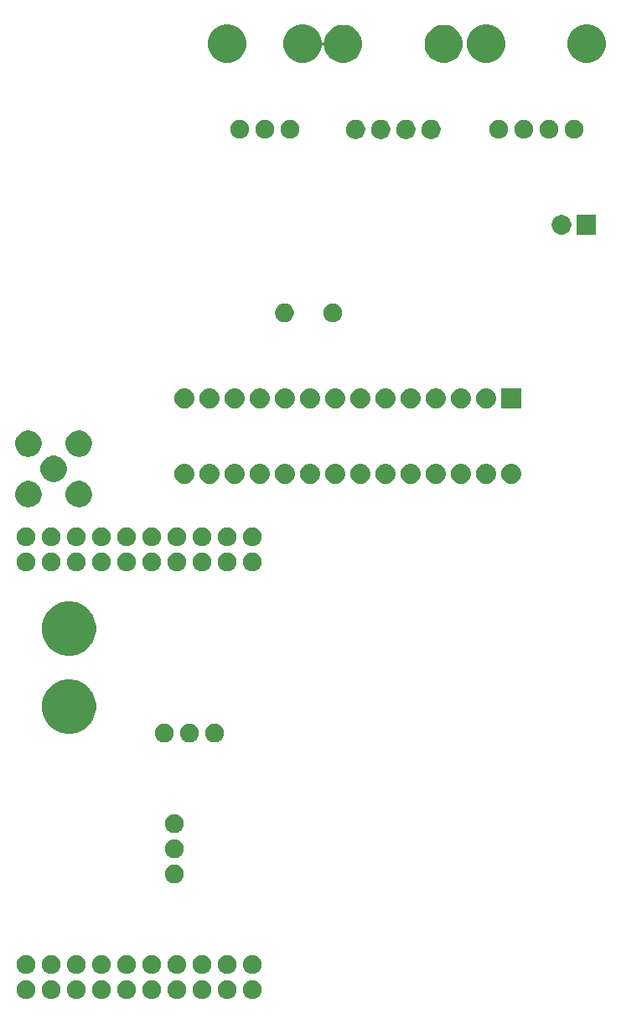
<source format=gbr>
G04 #@! TF.GenerationSoftware,KiCad,Pcbnew,(5.0.2)-1*
G04 #@! TF.CreationDate,2019-03-24T13:01:03-05:00*
G04 #@! TF.ProjectId,NavBoard_Hardware,4e617642-6f61-4726-945f-486172647761,rev?*
G04 #@! TF.SameCoordinates,Original*
G04 #@! TF.FileFunction,Soldermask,Bot*
G04 #@! TF.FilePolarity,Negative*
%FSLAX46Y46*%
G04 Gerber Fmt 4.6, Leading zero omitted, Abs format (unit mm)*
G04 Created by KiCad (PCBNEW (5.0.2)-1) date 3/24/2019 1:01:03 PM*
%MOMM*%
%LPD*%
G01*
G04 APERTURE LIST*
%ADD10C,0.100000*%
G04 APERTURE END LIST*
D10*
G36*
X138617287Y-124788446D02*
X138710022Y-124806892D01*
X138884731Y-124879259D01*
X139039872Y-124982921D01*
X139041967Y-124984321D01*
X139175679Y-125118033D01*
X139280742Y-125275271D01*
X139353108Y-125449979D01*
X139390000Y-125635447D01*
X139390000Y-125824553D01*
X139353108Y-126010021D01*
X139280742Y-126184729D01*
X139175679Y-126341967D01*
X139041967Y-126475679D01*
X139041964Y-126475681D01*
X138884731Y-126580741D01*
X138710022Y-126653108D01*
X138617287Y-126671554D01*
X138524553Y-126690000D01*
X138335447Y-126690000D01*
X138242713Y-126671554D01*
X138149978Y-126653108D01*
X137975269Y-126580741D01*
X137818036Y-126475681D01*
X137818033Y-126475679D01*
X137684321Y-126341967D01*
X137579258Y-126184729D01*
X137506892Y-126010021D01*
X137470000Y-125824553D01*
X137470000Y-125635447D01*
X137506892Y-125449979D01*
X137579258Y-125275271D01*
X137684321Y-125118033D01*
X137818033Y-124984321D01*
X137820127Y-124982922D01*
X137975269Y-124879259D01*
X138149978Y-124806892D01*
X138242713Y-124788446D01*
X138335447Y-124770000D01*
X138524553Y-124770000D01*
X138617287Y-124788446D01*
X138617287Y-124788446D01*
G37*
G36*
X133537287Y-124788446D02*
X133630022Y-124806892D01*
X133804731Y-124879259D01*
X133959872Y-124982921D01*
X133961967Y-124984321D01*
X134095679Y-125118033D01*
X134200742Y-125275271D01*
X134273108Y-125449979D01*
X134310000Y-125635447D01*
X134310000Y-125824553D01*
X134273108Y-126010021D01*
X134200742Y-126184729D01*
X134095679Y-126341967D01*
X133961967Y-126475679D01*
X133961964Y-126475681D01*
X133804731Y-126580741D01*
X133630022Y-126653108D01*
X133537287Y-126671554D01*
X133444553Y-126690000D01*
X133255447Y-126690000D01*
X133162713Y-126671554D01*
X133069978Y-126653108D01*
X132895269Y-126580741D01*
X132738036Y-126475681D01*
X132738033Y-126475679D01*
X132604321Y-126341967D01*
X132499258Y-126184729D01*
X132426892Y-126010021D01*
X132390000Y-125824553D01*
X132390000Y-125635447D01*
X132426892Y-125449979D01*
X132499258Y-125275271D01*
X132604321Y-125118033D01*
X132738033Y-124984321D01*
X132740127Y-124982922D01*
X132895269Y-124879259D01*
X133069978Y-124806892D01*
X133162713Y-124788446D01*
X133255447Y-124770000D01*
X133444553Y-124770000D01*
X133537287Y-124788446D01*
X133537287Y-124788446D01*
G37*
G36*
X130997287Y-124788446D02*
X131090022Y-124806892D01*
X131264731Y-124879259D01*
X131419872Y-124982921D01*
X131421967Y-124984321D01*
X131555679Y-125118033D01*
X131660742Y-125275271D01*
X131733108Y-125449979D01*
X131770000Y-125635447D01*
X131770000Y-125824553D01*
X131733108Y-126010021D01*
X131660742Y-126184729D01*
X131555679Y-126341967D01*
X131421967Y-126475679D01*
X131421964Y-126475681D01*
X131264731Y-126580741D01*
X131090022Y-126653108D01*
X130997287Y-126671554D01*
X130904553Y-126690000D01*
X130715447Y-126690000D01*
X130622713Y-126671554D01*
X130529978Y-126653108D01*
X130355269Y-126580741D01*
X130198036Y-126475681D01*
X130198033Y-126475679D01*
X130064321Y-126341967D01*
X129959258Y-126184729D01*
X129886892Y-126010021D01*
X129850000Y-125824553D01*
X129850000Y-125635447D01*
X129886892Y-125449979D01*
X129959258Y-125275271D01*
X130064321Y-125118033D01*
X130198033Y-124984321D01*
X130200127Y-124982922D01*
X130355269Y-124879259D01*
X130529978Y-124806892D01*
X130622713Y-124788446D01*
X130715447Y-124770000D01*
X130904553Y-124770000D01*
X130997287Y-124788446D01*
X130997287Y-124788446D01*
G37*
G36*
X128457287Y-124788446D02*
X128550022Y-124806892D01*
X128724731Y-124879259D01*
X128879872Y-124982921D01*
X128881967Y-124984321D01*
X129015679Y-125118033D01*
X129120742Y-125275271D01*
X129193108Y-125449979D01*
X129230000Y-125635447D01*
X129230000Y-125824553D01*
X129193108Y-126010021D01*
X129120742Y-126184729D01*
X129015679Y-126341967D01*
X128881967Y-126475679D01*
X128881964Y-126475681D01*
X128724731Y-126580741D01*
X128550022Y-126653108D01*
X128457287Y-126671554D01*
X128364553Y-126690000D01*
X128175447Y-126690000D01*
X128082713Y-126671554D01*
X127989978Y-126653108D01*
X127815269Y-126580741D01*
X127658036Y-126475681D01*
X127658033Y-126475679D01*
X127524321Y-126341967D01*
X127419258Y-126184729D01*
X127346892Y-126010021D01*
X127310000Y-125824553D01*
X127310000Y-125635447D01*
X127346892Y-125449979D01*
X127419258Y-125275271D01*
X127524321Y-125118033D01*
X127658033Y-124984321D01*
X127660127Y-124982922D01*
X127815269Y-124879259D01*
X127989978Y-124806892D01*
X128082713Y-124788446D01*
X128175447Y-124770000D01*
X128364553Y-124770000D01*
X128457287Y-124788446D01*
X128457287Y-124788446D01*
G37*
G36*
X125917287Y-124788446D02*
X126010022Y-124806892D01*
X126184731Y-124879259D01*
X126339872Y-124982921D01*
X126341967Y-124984321D01*
X126475679Y-125118033D01*
X126580742Y-125275271D01*
X126653108Y-125449979D01*
X126690000Y-125635447D01*
X126690000Y-125824553D01*
X126653108Y-126010021D01*
X126580742Y-126184729D01*
X126475679Y-126341967D01*
X126341967Y-126475679D01*
X126341964Y-126475681D01*
X126184731Y-126580741D01*
X126010022Y-126653108D01*
X125917287Y-126671554D01*
X125824553Y-126690000D01*
X125635447Y-126690000D01*
X125542713Y-126671554D01*
X125449978Y-126653108D01*
X125275269Y-126580741D01*
X125118036Y-126475681D01*
X125118033Y-126475679D01*
X124984321Y-126341967D01*
X124879258Y-126184729D01*
X124806892Y-126010021D01*
X124770000Y-125824553D01*
X124770000Y-125635447D01*
X124806892Y-125449979D01*
X124879258Y-125275271D01*
X124984321Y-125118033D01*
X125118033Y-124984321D01*
X125120127Y-124982922D01*
X125275269Y-124879259D01*
X125449978Y-124806892D01*
X125542713Y-124788446D01*
X125635447Y-124770000D01*
X125824553Y-124770000D01*
X125917287Y-124788446D01*
X125917287Y-124788446D01*
G37*
G36*
X123377287Y-124788446D02*
X123470022Y-124806892D01*
X123644731Y-124879259D01*
X123799872Y-124982921D01*
X123801967Y-124984321D01*
X123935679Y-125118033D01*
X124040742Y-125275271D01*
X124113108Y-125449979D01*
X124150000Y-125635447D01*
X124150000Y-125824553D01*
X124113108Y-126010021D01*
X124040742Y-126184729D01*
X123935679Y-126341967D01*
X123801967Y-126475679D01*
X123801964Y-126475681D01*
X123644731Y-126580741D01*
X123470022Y-126653108D01*
X123377287Y-126671554D01*
X123284553Y-126690000D01*
X123095447Y-126690000D01*
X123002713Y-126671554D01*
X122909978Y-126653108D01*
X122735269Y-126580741D01*
X122578036Y-126475681D01*
X122578033Y-126475679D01*
X122444321Y-126341967D01*
X122339258Y-126184729D01*
X122266892Y-126010021D01*
X122230000Y-125824553D01*
X122230000Y-125635447D01*
X122266892Y-125449979D01*
X122339258Y-125275271D01*
X122444321Y-125118033D01*
X122578033Y-124984321D01*
X122580127Y-124982922D01*
X122735269Y-124879259D01*
X122909978Y-124806892D01*
X123002713Y-124788446D01*
X123095447Y-124770000D01*
X123284553Y-124770000D01*
X123377287Y-124788446D01*
X123377287Y-124788446D01*
G37*
G36*
X120837287Y-124788446D02*
X120930022Y-124806892D01*
X121104731Y-124879259D01*
X121259872Y-124982921D01*
X121261967Y-124984321D01*
X121395679Y-125118033D01*
X121500742Y-125275271D01*
X121573108Y-125449979D01*
X121610000Y-125635447D01*
X121610000Y-125824553D01*
X121573108Y-126010021D01*
X121500742Y-126184729D01*
X121395679Y-126341967D01*
X121261967Y-126475679D01*
X121261964Y-126475681D01*
X121104731Y-126580741D01*
X120930022Y-126653108D01*
X120837287Y-126671554D01*
X120744553Y-126690000D01*
X120555447Y-126690000D01*
X120462713Y-126671554D01*
X120369978Y-126653108D01*
X120195269Y-126580741D01*
X120038036Y-126475681D01*
X120038033Y-126475679D01*
X119904321Y-126341967D01*
X119799258Y-126184729D01*
X119726892Y-126010021D01*
X119690000Y-125824553D01*
X119690000Y-125635447D01*
X119726892Y-125449979D01*
X119799258Y-125275271D01*
X119904321Y-125118033D01*
X120038033Y-124984321D01*
X120040127Y-124982922D01*
X120195269Y-124879259D01*
X120369978Y-124806892D01*
X120462713Y-124788446D01*
X120555447Y-124770000D01*
X120744553Y-124770000D01*
X120837287Y-124788446D01*
X120837287Y-124788446D01*
G37*
G36*
X118297287Y-124788446D02*
X118390022Y-124806892D01*
X118564731Y-124879259D01*
X118719872Y-124982921D01*
X118721967Y-124984321D01*
X118855679Y-125118033D01*
X118960742Y-125275271D01*
X119033108Y-125449979D01*
X119070000Y-125635447D01*
X119070000Y-125824553D01*
X119033108Y-126010021D01*
X118960742Y-126184729D01*
X118855679Y-126341967D01*
X118721967Y-126475679D01*
X118721964Y-126475681D01*
X118564731Y-126580741D01*
X118390022Y-126653108D01*
X118297287Y-126671554D01*
X118204553Y-126690000D01*
X118015447Y-126690000D01*
X117922713Y-126671554D01*
X117829978Y-126653108D01*
X117655269Y-126580741D01*
X117498036Y-126475681D01*
X117498033Y-126475679D01*
X117364321Y-126341967D01*
X117259258Y-126184729D01*
X117186892Y-126010021D01*
X117150000Y-125824553D01*
X117150000Y-125635447D01*
X117186892Y-125449979D01*
X117259258Y-125275271D01*
X117364321Y-125118033D01*
X117498033Y-124984321D01*
X117500127Y-124982922D01*
X117655269Y-124879259D01*
X117829978Y-124806892D01*
X117922713Y-124788446D01*
X118015447Y-124770000D01*
X118204553Y-124770000D01*
X118297287Y-124788446D01*
X118297287Y-124788446D01*
G37*
G36*
X115757287Y-124788446D02*
X115850022Y-124806892D01*
X116024731Y-124879259D01*
X116179872Y-124982921D01*
X116181967Y-124984321D01*
X116315679Y-125118033D01*
X116420742Y-125275271D01*
X116493108Y-125449979D01*
X116530000Y-125635447D01*
X116530000Y-125824553D01*
X116493108Y-126010021D01*
X116420742Y-126184729D01*
X116315679Y-126341967D01*
X116181967Y-126475679D01*
X116181964Y-126475681D01*
X116024731Y-126580741D01*
X115850022Y-126653108D01*
X115757287Y-126671554D01*
X115664553Y-126690000D01*
X115475447Y-126690000D01*
X115382713Y-126671554D01*
X115289978Y-126653108D01*
X115115269Y-126580741D01*
X114958036Y-126475681D01*
X114958033Y-126475679D01*
X114824321Y-126341967D01*
X114719258Y-126184729D01*
X114646892Y-126010021D01*
X114610000Y-125824553D01*
X114610000Y-125635447D01*
X114646892Y-125449979D01*
X114719258Y-125275271D01*
X114824321Y-125118033D01*
X114958033Y-124984321D01*
X114960127Y-124982922D01*
X115115269Y-124879259D01*
X115289978Y-124806892D01*
X115382713Y-124788446D01*
X115475447Y-124770000D01*
X115664553Y-124770000D01*
X115757287Y-124788446D01*
X115757287Y-124788446D01*
G37*
G36*
X136077287Y-124788446D02*
X136170022Y-124806892D01*
X136344731Y-124879259D01*
X136499872Y-124982921D01*
X136501967Y-124984321D01*
X136635679Y-125118033D01*
X136740742Y-125275271D01*
X136813108Y-125449979D01*
X136850000Y-125635447D01*
X136850000Y-125824553D01*
X136813108Y-126010021D01*
X136740742Y-126184729D01*
X136635679Y-126341967D01*
X136501967Y-126475679D01*
X136501964Y-126475681D01*
X136344731Y-126580741D01*
X136170022Y-126653108D01*
X136077287Y-126671554D01*
X135984553Y-126690000D01*
X135795447Y-126690000D01*
X135702713Y-126671554D01*
X135609978Y-126653108D01*
X135435269Y-126580741D01*
X135278036Y-126475681D01*
X135278033Y-126475679D01*
X135144321Y-126341967D01*
X135039258Y-126184729D01*
X134966892Y-126010021D01*
X134930000Y-125824553D01*
X134930000Y-125635447D01*
X134966892Y-125449979D01*
X135039258Y-125275271D01*
X135144321Y-125118033D01*
X135278033Y-124984321D01*
X135280127Y-124982922D01*
X135435269Y-124879259D01*
X135609978Y-124806892D01*
X135702713Y-124788446D01*
X135795447Y-124770000D01*
X135984553Y-124770000D01*
X136077287Y-124788446D01*
X136077287Y-124788446D01*
G37*
G36*
X138617287Y-122248446D02*
X138710022Y-122266892D01*
X138884731Y-122339259D01*
X139039872Y-122442921D01*
X139041967Y-122444321D01*
X139175679Y-122578033D01*
X139280742Y-122735271D01*
X139353108Y-122909979D01*
X139390000Y-123095447D01*
X139390000Y-123284553D01*
X139353108Y-123470021D01*
X139280742Y-123644729D01*
X139175679Y-123801967D01*
X139041967Y-123935679D01*
X139041964Y-123935681D01*
X138884731Y-124040741D01*
X138710022Y-124113108D01*
X138617287Y-124131554D01*
X138524553Y-124150000D01*
X138335447Y-124150000D01*
X138242713Y-124131554D01*
X138149978Y-124113108D01*
X137975269Y-124040741D01*
X137818036Y-123935681D01*
X137818033Y-123935679D01*
X137684321Y-123801967D01*
X137579258Y-123644729D01*
X137506892Y-123470021D01*
X137470000Y-123284553D01*
X137470000Y-123095447D01*
X137506892Y-122909979D01*
X137579258Y-122735271D01*
X137684321Y-122578033D01*
X137818033Y-122444321D01*
X137820128Y-122442921D01*
X137975269Y-122339259D01*
X138149978Y-122266892D01*
X138242713Y-122248446D01*
X138335447Y-122230000D01*
X138524553Y-122230000D01*
X138617287Y-122248446D01*
X138617287Y-122248446D01*
G37*
G36*
X120837287Y-122248446D02*
X120930022Y-122266892D01*
X121104731Y-122339259D01*
X121259872Y-122442921D01*
X121261967Y-122444321D01*
X121395679Y-122578033D01*
X121500742Y-122735271D01*
X121573108Y-122909979D01*
X121610000Y-123095447D01*
X121610000Y-123284553D01*
X121573108Y-123470021D01*
X121500742Y-123644729D01*
X121395679Y-123801967D01*
X121261967Y-123935679D01*
X121261964Y-123935681D01*
X121104731Y-124040741D01*
X120930022Y-124113108D01*
X120837287Y-124131554D01*
X120744553Y-124150000D01*
X120555447Y-124150000D01*
X120462713Y-124131554D01*
X120369978Y-124113108D01*
X120195269Y-124040741D01*
X120038036Y-123935681D01*
X120038033Y-123935679D01*
X119904321Y-123801967D01*
X119799258Y-123644729D01*
X119726892Y-123470021D01*
X119690000Y-123284553D01*
X119690000Y-123095447D01*
X119726892Y-122909979D01*
X119799258Y-122735271D01*
X119904321Y-122578033D01*
X120038033Y-122444321D01*
X120040128Y-122442921D01*
X120195269Y-122339259D01*
X120369978Y-122266892D01*
X120462713Y-122248446D01*
X120555447Y-122230000D01*
X120744553Y-122230000D01*
X120837287Y-122248446D01*
X120837287Y-122248446D01*
G37*
G36*
X115757287Y-122248446D02*
X115850022Y-122266892D01*
X116024731Y-122339259D01*
X116179872Y-122442921D01*
X116181967Y-122444321D01*
X116315679Y-122578033D01*
X116420742Y-122735271D01*
X116493108Y-122909979D01*
X116530000Y-123095447D01*
X116530000Y-123284553D01*
X116493108Y-123470021D01*
X116420742Y-123644729D01*
X116315679Y-123801967D01*
X116181967Y-123935679D01*
X116181964Y-123935681D01*
X116024731Y-124040741D01*
X115850022Y-124113108D01*
X115757287Y-124131554D01*
X115664553Y-124150000D01*
X115475447Y-124150000D01*
X115382713Y-124131554D01*
X115289978Y-124113108D01*
X115115269Y-124040741D01*
X114958036Y-123935681D01*
X114958033Y-123935679D01*
X114824321Y-123801967D01*
X114719258Y-123644729D01*
X114646892Y-123470021D01*
X114610000Y-123284553D01*
X114610000Y-123095447D01*
X114646892Y-122909979D01*
X114719258Y-122735271D01*
X114824321Y-122578033D01*
X114958033Y-122444321D01*
X114960128Y-122442921D01*
X115115269Y-122339259D01*
X115289978Y-122266892D01*
X115382713Y-122248446D01*
X115475447Y-122230000D01*
X115664553Y-122230000D01*
X115757287Y-122248446D01*
X115757287Y-122248446D01*
G37*
G36*
X118297287Y-122248446D02*
X118390022Y-122266892D01*
X118564731Y-122339259D01*
X118719872Y-122442921D01*
X118721967Y-122444321D01*
X118855679Y-122578033D01*
X118960742Y-122735271D01*
X119033108Y-122909979D01*
X119070000Y-123095447D01*
X119070000Y-123284553D01*
X119033108Y-123470021D01*
X118960742Y-123644729D01*
X118855679Y-123801967D01*
X118721967Y-123935679D01*
X118721964Y-123935681D01*
X118564731Y-124040741D01*
X118390022Y-124113108D01*
X118297287Y-124131554D01*
X118204553Y-124150000D01*
X118015447Y-124150000D01*
X117922713Y-124131554D01*
X117829978Y-124113108D01*
X117655269Y-124040741D01*
X117498036Y-123935681D01*
X117498033Y-123935679D01*
X117364321Y-123801967D01*
X117259258Y-123644729D01*
X117186892Y-123470021D01*
X117150000Y-123284553D01*
X117150000Y-123095447D01*
X117186892Y-122909979D01*
X117259258Y-122735271D01*
X117364321Y-122578033D01*
X117498033Y-122444321D01*
X117500128Y-122442921D01*
X117655269Y-122339259D01*
X117829978Y-122266892D01*
X117922713Y-122248446D01*
X118015447Y-122230000D01*
X118204553Y-122230000D01*
X118297287Y-122248446D01*
X118297287Y-122248446D01*
G37*
G36*
X136077287Y-122248446D02*
X136170022Y-122266892D01*
X136344731Y-122339259D01*
X136499872Y-122442921D01*
X136501967Y-122444321D01*
X136635679Y-122578033D01*
X136740742Y-122735271D01*
X136813108Y-122909979D01*
X136850000Y-123095447D01*
X136850000Y-123284553D01*
X136813108Y-123470021D01*
X136740742Y-123644729D01*
X136635679Y-123801967D01*
X136501967Y-123935679D01*
X136501964Y-123935681D01*
X136344731Y-124040741D01*
X136170022Y-124113108D01*
X136077287Y-124131554D01*
X135984553Y-124150000D01*
X135795447Y-124150000D01*
X135702713Y-124131554D01*
X135609978Y-124113108D01*
X135435269Y-124040741D01*
X135278036Y-123935681D01*
X135278033Y-123935679D01*
X135144321Y-123801967D01*
X135039258Y-123644729D01*
X134966892Y-123470021D01*
X134930000Y-123284553D01*
X134930000Y-123095447D01*
X134966892Y-122909979D01*
X135039258Y-122735271D01*
X135144321Y-122578033D01*
X135278033Y-122444321D01*
X135280128Y-122442921D01*
X135435269Y-122339259D01*
X135609978Y-122266892D01*
X135702713Y-122248446D01*
X135795447Y-122230000D01*
X135984553Y-122230000D01*
X136077287Y-122248446D01*
X136077287Y-122248446D01*
G37*
G36*
X133537287Y-122248446D02*
X133630022Y-122266892D01*
X133804731Y-122339259D01*
X133959872Y-122442921D01*
X133961967Y-122444321D01*
X134095679Y-122578033D01*
X134200742Y-122735271D01*
X134273108Y-122909979D01*
X134310000Y-123095447D01*
X134310000Y-123284553D01*
X134273108Y-123470021D01*
X134200742Y-123644729D01*
X134095679Y-123801967D01*
X133961967Y-123935679D01*
X133961964Y-123935681D01*
X133804731Y-124040741D01*
X133630022Y-124113108D01*
X133537287Y-124131554D01*
X133444553Y-124150000D01*
X133255447Y-124150000D01*
X133162713Y-124131554D01*
X133069978Y-124113108D01*
X132895269Y-124040741D01*
X132738036Y-123935681D01*
X132738033Y-123935679D01*
X132604321Y-123801967D01*
X132499258Y-123644729D01*
X132426892Y-123470021D01*
X132390000Y-123284553D01*
X132390000Y-123095447D01*
X132426892Y-122909979D01*
X132499258Y-122735271D01*
X132604321Y-122578033D01*
X132738033Y-122444321D01*
X132740128Y-122442921D01*
X132895269Y-122339259D01*
X133069978Y-122266892D01*
X133162713Y-122248446D01*
X133255447Y-122230000D01*
X133444553Y-122230000D01*
X133537287Y-122248446D01*
X133537287Y-122248446D01*
G37*
G36*
X128457287Y-122248446D02*
X128550022Y-122266892D01*
X128724731Y-122339259D01*
X128879872Y-122442921D01*
X128881967Y-122444321D01*
X129015679Y-122578033D01*
X129120742Y-122735271D01*
X129193108Y-122909979D01*
X129230000Y-123095447D01*
X129230000Y-123284553D01*
X129193108Y-123470021D01*
X129120742Y-123644729D01*
X129015679Y-123801967D01*
X128881967Y-123935679D01*
X128881964Y-123935681D01*
X128724731Y-124040741D01*
X128550022Y-124113108D01*
X128457287Y-124131554D01*
X128364553Y-124150000D01*
X128175447Y-124150000D01*
X128082713Y-124131554D01*
X127989978Y-124113108D01*
X127815269Y-124040741D01*
X127658036Y-123935681D01*
X127658033Y-123935679D01*
X127524321Y-123801967D01*
X127419258Y-123644729D01*
X127346892Y-123470021D01*
X127310000Y-123284553D01*
X127310000Y-123095447D01*
X127346892Y-122909979D01*
X127419258Y-122735271D01*
X127524321Y-122578033D01*
X127658033Y-122444321D01*
X127660128Y-122442921D01*
X127815269Y-122339259D01*
X127989978Y-122266892D01*
X128082713Y-122248446D01*
X128175447Y-122230000D01*
X128364553Y-122230000D01*
X128457287Y-122248446D01*
X128457287Y-122248446D01*
G37*
G36*
X125917287Y-122248446D02*
X126010022Y-122266892D01*
X126184731Y-122339259D01*
X126339872Y-122442921D01*
X126341967Y-122444321D01*
X126475679Y-122578033D01*
X126580742Y-122735271D01*
X126653108Y-122909979D01*
X126690000Y-123095447D01*
X126690000Y-123284553D01*
X126653108Y-123470021D01*
X126580742Y-123644729D01*
X126475679Y-123801967D01*
X126341967Y-123935679D01*
X126341964Y-123935681D01*
X126184731Y-124040741D01*
X126010022Y-124113108D01*
X125917287Y-124131554D01*
X125824553Y-124150000D01*
X125635447Y-124150000D01*
X125542713Y-124131554D01*
X125449978Y-124113108D01*
X125275269Y-124040741D01*
X125118036Y-123935681D01*
X125118033Y-123935679D01*
X124984321Y-123801967D01*
X124879258Y-123644729D01*
X124806892Y-123470021D01*
X124770000Y-123284553D01*
X124770000Y-123095447D01*
X124806892Y-122909979D01*
X124879258Y-122735271D01*
X124984321Y-122578033D01*
X125118033Y-122444321D01*
X125120128Y-122442921D01*
X125275269Y-122339259D01*
X125449978Y-122266892D01*
X125542713Y-122248446D01*
X125635447Y-122230000D01*
X125824553Y-122230000D01*
X125917287Y-122248446D01*
X125917287Y-122248446D01*
G37*
G36*
X130997287Y-122248446D02*
X131090022Y-122266892D01*
X131264731Y-122339259D01*
X131419872Y-122442921D01*
X131421967Y-122444321D01*
X131555679Y-122578033D01*
X131660742Y-122735271D01*
X131733108Y-122909979D01*
X131770000Y-123095447D01*
X131770000Y-123284553D01*
X131733108Y-123470021D01*
X131660742Y-123644729D01*
X131555679Y-123801967D01*
X131421967Y-123935679D01*
X131421964Y-123935681D01*
X131264731Y-124040741D01*
X131090022Y-124113108D01*
X130997287Y-124131554D01*
X130904553Y-124150000D01*
X130715447Y-124150000D01*
X130622713Y-124131554D01*
X130529978Y-124113108D01*
X130355269Y-124040741D01*
X130198036Y-123935681D01*
X130198033Y-123935679D01*
X130064321Y-123801967D01*
X129959258Y-123644729D01*
X129886892Y-123470021D01*
X129850000Y-123284553D01*
X129850000Y-123095447D01*
X129886892Y-122909979D01*
X129959258Y-122735271D01*
X130064321Y-122578033D01*
X130198033Y-122444321D01*
X130200128Y-122442921D01*
X130355269Y-122339259D01*
X130529978Y-122266892D01*
X130622713Y-122248446D01*
X130715447Y-122230000D01*
X130904553Y-122230000D01*
X130997287Y-122248446D01*
X130997287Y-122248446D01*
G37*
G36*
X123377287Y-122248446D02*
X123470022Y-122266892D01*
X123644731Y-122339259D01*
X123799872Y-122442921D01*
X123801967Y-122444321D01*
X123935679Y-122578033D01*
X124040742Y-122735271D01*
X124113108Y-122909979D01*
X124150000Y-123095447D01*
X124150000Y-123284553D01*
X124113108Y-123470021D01*
X124040742Y-123644729D01*
X123935679Y-123801967D01*
X123801967Y-123935679D01*
X123801964Y-123935681D01*
X123644731Y-124040741D01*
X123470022Y-124113108D01*
X123377287Y-124131554D01*
X123284553Y-124150000D01*
X123095447Y-124150000D01*
X123002713Y-124131554D01*
X122909978Y-124113108D01*
X122735269Y-124040741D01*
X122578036Y-123935681D01*
X122578033Y-123935679D01*
X122444321Y-123801967D01*
X122339258Y-123644729D01*
X122266892Y-123470021D01*
X122230000Y-123284553D01*
X122230000Y-123095447D01*
X122266892Y-122909979D01*
X122339258Y-122735271D01*
X122444321Y-122578033D01*
X122578033Y-122444321D01*
X122580128Y-122442921D01*
X122735269Y-122339259D01*
X122909978Y-122266892D01*
X123002713Y-122248446D01*
X123095447Y-122230000D01*
X123284553Y-122230000D01*
X123377287Y-122248446D01*
X123377287Y-122248446D01*
G37*
G36*
X130836603Y-113120968D02*
X130836606Y-113120969D01*
X130836605Y-113120969D01*
X131011678Y-113193486D01*
X131011679Y-113193487D01*
X131169241Y-113298767D01*
X131303233Y-113432759D01*
X131303234Y-113432761D01*
X131408514Y-113590322D01*
X131464603Y-113725734D01*
X131481032Y-113765397D01*
X131518000Y-113951250D01*
X131518000Y-114140750D01*
X131481032Y-114326603D01*
X131481031Y-114326605D01*
X131408514Y-114501678D01*
X131408513Y-114501679D01*
X131303233Y-114659241D01*
X131169241Y-114793233D01*
X131089923Y-114846232D01*
X131011678Y-114898514D01*
X130876266Y-114954603D01*
X130836603Y-114971032D01*
X130650750Y-115008000D01*
X130461250Y-115008000D01*
X130275397Y-114971032D01*
X130235734Y-114954603D01*
X130100322Y-114898514D01*
X130022077Y-114846232D01*
X129942759Y-114793233D01*
X129808767Y-114659241D01*
X129703487Y-114501679D01*
X129703486Y-114501678D01*
X129630969Y-114326605D01*
X129630968Y-114326603D01*
X129594000Y-114140750D01*
X129594000Y-113951250D01*
X129630968Y-113765397D01*
X129647397Y-113725734D01*
X129703486Y-113590322D01*
X129808766Y-113432761D01*
X129808767Y-113432759D01*
X129942759Y-113298767D01*
X130100321Y-113193487D01*
X130100322Y-113193486D01*
X130275395Y-113120969D01*
X130275394Y-113120969D01*
X130275397Y-113120968D01*
X130461250Y-113084000D01*
X130650750Y-113084000D01*
X130836603Y-113120968D01*
X130836603Y-113120968D01*
G37*
G36*
X130836603Y-110580968D02*
X130836606Y-110580969D01*
X130836605Y-110580969D01*
X131011678Y-110653486D01*
X131011679Y-110653487D01*
X131169241Y-110758767D01*
X131303233Y-110892759D01*
X131303234Y-110892761D01*
X131408514Y-111050322D01*
X131464603Y-111185734D01*
X131481032Y-111225397D01*
X131518000Y-111411250D01*
X131518000Y-111600750D01*
X131481032Y-111786603D01*
X131481031Y-111786605D01*
X131408514Y-111961678D01*
X131408513Y-111961679D01*
X131303233Y-112119241D01*
X131169241Y-112253233D01*
X131089923Y-112306232D01*
X131011678Y-112358514D01*
X130876266Y-112414603D01*
X130836603Y-112431032D01*
X130650750Y-112468000D01*
X130461250Y-112468000D01*
X130275397Y-112431032D01*
X130235734Y-112414603D01*
X130100322Y-112358514D01*
X130022077Y-112306232D01*
X129942759Y-112253233D01*
X129808767Y-112119241D01*
X129703487Y-111961679D01*
X129703486Y-111961678D01*
X129630969Y-111786605D01*
X129630968Y-111786603D01*
X129594000Y-111600750D01*
X129594000Y-111411250D01*
X129630968Y-111225397D01*
X129647397Y-111185734D01*
X129703486Y-111050322D01*
X129808766Y-110892761D01*
X129808767Y-110892759D01*
X129942759Y-110758767D01*
X130100321Y-110653487D01*
X130100322Y-110653486D01*
X130275395Y-110580969D01*
X130275394Y-110580969D01*
X130275397Y-110580968D01*
X130461250Y-110544000D01*
X130650750Y-110544000D01*
X130836603Y-110580968D01*
X130836603Y-110580968D01*
G37*
G36*
X130836603Y-108040968D02*
X130836606Y-108040969D01*
X130836605Y-108040969D01*
X131011678Y-108113486D01*
X131011679Y-108113487D01*
X131169241Y-108218767D01*
X131303233Y-108352759D01*
X131303234Y-108352761D01*
X131408514Y-108510322D01*
X131464603Y-108645734D01*
X131481032Y-108685397D01*
X131518000Y-108871250D01*
X131518000Y-109060750D01*
X131481032Y-109246603D01*
X131481031Y-109246605D01*
X131408514Y-109421678D01*
X131408513Y-109421679D01*
X131303233Y-109579241D01*
X131169241Y-109713233D01*
X131089923Y-109766232D01*
X131011678Y-109818514D01*
X130876266Y-109874603D01*
X130836603Y-109891032D01*
X130650750Y-109928000D01*
X130461250Y-109928000D01*
X130275397Y-109891032D01*
X130235734Y-109874603D01*
X130100322Y-109818514D01*
X130022077Y-109766232D01*
X129942759Y-109713233D01*
X129808767Y-109579241D01*
X129703487Y-109421679D01*
X129703486Y-109421678D01*
X129630969Y-109246605D01*
X129630968Y-109246603D01*
X129594000Y-109060750D01*
X129594000Y-108871250D01*
X129630968Y-108685397D01*
X129647397Y-108645734D01*
X129703486Y-108510322D01*
X129808766Y-108352761D01*
X129808767Y-108352759D01*
X129942759Y-108218767D01*
X130100321Y-108113487D01*
X130100322Y-108113486D01*
X130275395Y-108040969D01*
X130275394Y-108040969D01*
X130275397Y-108040968D01*
X130461250Y-108004000D01*
X130650750Y-108004000D01*
X130836603Y-108040968D01*
X130836603Y-108040968D01*
G37*
G36*
X132360603Y-98896968D02*
X132400266Y-98913397D01*
X132535678Y-98969486D01*
X132535679Y-98969487D01*
X132693241Y-99074767D01*
X132827233Y-99208759D01*
X132827234Y-99208761D01*
X132932514Y-99366322D01*
X132988603Y-99501734D01*
X133005032Y-99541397D01*
X133042000Y-99727250D01*
X133042000Y-99916750D01*
X133005032Y-100102603D01*
X133005031Y-100102605D01*
X132932514Y-100277678D01*
X132932513Y-100277679D01*
X132827233Y-100435241D01*
X132693241Y-100569233D01*
X132613923Y-100622232D01*
X132535678Y-100674514D01*
X132400266Y-100730603D01*
X132360603Y-100747032D01*
X132174750Y-100784000D01*
X131985250Y-100784000D01*
X131799397Y-100747032D01*
X131759734Y-100730603D01*
X131624322Y-100674514D01*
X131546077Y-100622232D01*
X131466759Y-100569233D01*
X131332767Y-100435241D01*
X131227487Y-100277679D01*
X131227486Y-100277678D01*
X131154969Y-100102605D01*
X131154968Y-100102603D01*
X131118000Y-99916750D01*
X131118000Y-99727250D01*
X131154968Y-99541397D01*
X131171397Y-99501734D01*
X131227486Y-99366322D01*
X131332766Y-99208761D01*
X131332767Y-99208759D01*
X131466759Y-99074767D01*
X131624321Y-98969487D01*
X131624322Y-98969486D01*
X131759734Y-98913397D01*
X131799397Y-98896968D01*
X131985250Y-98860000D01*
X132174750Y-98860000D01*
X132360603Y-98896968D01*
X132360603Y-98896968D01*
G37*
G36*
X129820603Y-98896968D02*
X129860266Y-98913397D01*
X129995678Y-98969486D01*
X129995679Y-98969487D01*
X130153241Y-99074767D01*
X130287233Y-99208759D01*
X130287234Y-99208761D01*
X130392514Y-99366322D01*
X130448603Y-99501734D01*
X130465032Y-99541397D01*
X130502000Y-99727250D01*
X130502000Y-99916750D01*
X130465032Y-100102603D01*
X130465031Y-100102605D01*
X130392514Y-100277678D01*
X130392513Y-100277679D01*
X130287233Y-100435241D01*
X130153241Y-100569233D01*
X130073923Y-100622232D01*
X129995678Y-100674514D01*
X129860266Y-100730603D01*
X129820603Y-100747032D01*
X129634750Y-100784000D01*
X129445250Y-100784000D01*
X129259397Y-100747032D01*
X129219734Y-100730603D01*
X129084322Y-100674514D01*
X129006077Y-100622232D01*
X128926759Y-100569233D01*
X128792767Y-100435241D01*
X128687487Y-100277679D01*
X128687486Y-100277678D01*
X128614969Y-100102605D01*
X128614968Y-100102603D01*
X128578000Y-99916750D01*
X128578000Y-99727250D01*
X128614968Y-99541397D01*
X128631397Y-99501734D01*
X128687486Y-99366322D01*
X128792766Y-99208761D01*
X128792767Y-99208759D01*
X128926759Y-99074767D01*
X129084321Y-98969487D01*
X129084322Y-98969486D01*
X129219734Y-98913397D01*
X129259397Y-98896968D01*
X129445250Y-98860000D01*
X129634750Y-98860000D01*
X129820603Y-98896968D01*
X129820603Y-98896968D01*
G37*
G36*
X134900603Y-98896968D02*
X134940266Y-98913397D01*
X135075678Y-98969486D01*
X135075679Y-98969487D01*
X135233241Y-99074767D01*
X135367233Y-99208759D01*
X135367234Y-99208761D01*
X135472514Y-99366322D01*
X135528603Y-99501734D01*
X135545032Y-99541397D01*
X135582000Y-99727250D01*
X135582000Y-99916750D01*
X135545032Y-100102603D01*
X135545031Y-100102605D01*
X135472514Y-100277678D01*
X135472513Y-100277679D01*
X135367233Y-100435241D01*
X135233241Y-100569233D01*
X135153923Y-100622232D01*
X135075678Y-100674514D01*
X134940266Y-100730603D01*
X134900603Y-100747032D01*
X134714750Y-100784000D01*
X134525250Y-100784000D01*
X134339397Y-100747032D01*
X134299734Y-100730603D01*
X134164322Y-100674514D01*
X134086077Y-100622232D01*
X134006759Y-100569233D01*
X133872767Y-100435241D01*
X133767487Y-100277679D01*
X133767486Y-100277678D01*
X133694969Y-100102605D01*
X133694968Y-100102603D01*
X133658000Y-99916750D01*
X133658000Y-99727250D01*
X133694968Y-99541397D01*
X133711397Y-99501734D01*
X133767486Y-99366322D01*
X133872766Y-99208761D01*
X133872767Y-99208759D01*
X134006759Y-99074767D01*
X134164321Y-98969487D01*
X134164322Y-98969486D01*
X134299734Y-98913397D01*
X134339397Y-98896968D01*
X134525250Y-98860000D01*
X134714750Y-98860000D01*
X134900603Y-98896968D01*
X134900603Y-98896968D01*
G37*
G36*
X120536175Y-94485197D02*
X120712629Y-94520296D01*
X121211277Y-94726843D01*
X121657021Y-95024681D01*
X121660051Y-95026705D01*
X122041695Y-95408349D01*
X122041697Y-95408352D01*
X122341557Y-95857123D01*
X122548104Y-96355771D01*
X122653400Y-96885134D01*
X122653400Y-97424866D01*
X122548104Y-97954229D01*
X122341557Y-98452877D01*
X122069525Y-98860000D01*
X122041695Y-98901651D01*
X121660051Y-99283295D01*
X121660048Y-99283297D01*
X121211277Y-99583157D01*
X120712629Y-99789704D01*
X120536175Y-99824803D01*
X120183268Y-99895000D01*
X119643532Y-99895000D01*
X119290625Y-99824803D01*
X119114171Y-99789704D01*
X118615523Y-99583157D01*
X118166752Y-99283297D01*
X118166749Y-99283295D01*
X117785105Y-98901651D01*
X117757275Y-98860000D01*
X117485243Y-98452877D01*
X117278696Y-97954229D01*
X117173400Y-97424866D01*
X117173400Y-96885134D01*
X117278696Y-96355771D01*
X117485243Y-95857123D01*
X117785103Y-95408352D01*
X117785105Y-95408349D01*
X118166749Y-95026705D01*
X118169779Y-95024681D01*
X118615523Y-94726843D01*
X119114171Y-94520296D01*
X119290625Y-94485197D01*
X119643532Y-94415000D01*
X120183268Y-94415000D01*
X120536175Y-94485197D01*
X120536175Y-94485197D01*
G37*
G36*
X120536175Y-86611197D02*
X120712629Y-86646296D01*
X121211277Y-86852843D01*
X121657021Y-87150681D01*
X121660051Y-87152705D01*
X122041695Y-87534349D01*
X122041697Y-87534352D01*
X122341557Y-87983123D01*
X122548104Y-88481771D01*
X122653400Y-89011134D01*
X122653400Y-89550866D01*
X122548104Y-90080229D01*
X122341557Y-90578877D01*
X122043719Y-91024621D01*
X122041695Y-91027651D01*
X121660051Y-91409295D01*
X121660048Y-91409297D01*
X121211277Y-91709157D01*
X120712629Y-91915704D01*
X120536175Y-91950803D01*
X120183268Y-92021000D01*
X119643532Y-92021000D01*
X119290625Y-91950803D01*
X119114171Y-91915704D01*
X118615523Y-91709157D01*
X118166752Y-91409297D01*
X118166749Y-91409295D01*
X117785105Y-91027651D01*
X117783081Y-91024621D01*
X117485243Y-90578877D01*
X117278696Y-90080229D01*
X117173400Y-89550866D01*
X117173400Y-89011134D01*
X117278696Y-88481771D01*
X117485243Y-87983123D01*
X117785103Y-87534352D01*
X117785105Y-87534349D01*
X118166749Y-87152705D01*
X118169779Y-87150681D01*
X118615523Y-86852843D01*
X119114171Y-86646296D01*
X119290625Y-86611197D01*
X119643532Y-86541000D01*
X120183268Y-86541000D01*
X120536175Y-86611197D01*
X120536175Y-86611197D01*
G37*
G36*
X133537287Y-81608446D02*
X133630022Y-81626892D01*
X133804731Y-81699259D01*
X133959872Y-81802921D01*
X133961967Y-81804321D01*
X134095679Y-81938033D01*
X134200742Y-82095271D01*
X134273108Y-82269979D01*
X134310000Y-82455447D01*
X134310000Y-82644553D01*
X134273108Y-82830021D01*
X134200742Y-83004729D01*
X134095679Y-83161967D01*
X133961967Y-83295679D01*
X133961964Y-83295681D01*
X133804731Y-83400741D01*
X133630022Y-83473108D01*
X133537287Y-83491554D01*
X133444553Y-83510000D01*
X133255447Y-83510000D01*
X133162713Y-83491554D01*
X133069978Y-83473108D01*
X132895269Y-83400741D01*
X132738036Y-83295681D01*
X132738033Y-83295679D01*
X132604321Y-83161967D01*
X132499258Y-83004729D01*
X132426892Y-82830021D01*
X132390000Y-82644553D01*
X132390000Y-82455447D01*
X132426892Y-82269979D01*
X132499258Y-82095271D01*
X132604321Y-81938033D01*
X132738033Y-81804321D01*
X132740128Y-81802921D01*
X132895269Y-81699259D01*
X133069978Y-81626892D01*
X133162713Y-81608446D01*
X133255447Y-81590000D01*
X133444553Y-81590000D01*
X133537287Y-81608446D01*
X133537287Y-81608446D01*
G37*
G36*
X136077287Y-81608446D02*
X136170022Y-81626892D01*
X136344731Y-81699259D01*
X136499872Y-81802921D01*
X136501967Y-81804321D01*
X136635679Y-81938033D01*
X136740742Y-82095271D01*
X136813108Y-82269979D01*
X136850000Y-82455447D01*
X136850000Y-82644553D01*
X136813108Y-82830021D01*
X136740742Y-83004729D01*
X136635679Y-83161967D01*
X136501967Y-83295679D01*
X136501964Y-83295681D01*
X136344731Y-83400741D01*
X136170022Y-83473108D01*
X136077287Y-83491554D01*
X135984553Y-83510000D01*
X135795447Y-83510000D01*
X135702713Y-83491554D01*
X135609978Y-83473108D01*
X135435269Y-83400741D01*
X135278036Y-83295681D01*
X135278033Y-83295679D01*
X135144321Y-83161967D01*
X135039258Y-83004729D01*
X134966892Y-82830021D01*
X134930000Y-82644553D01*
X134930000Y-82455447D01*
X134966892Y-82269979D01*
X135039258Y-82095271D01*
X135144321Y-81938033D01*
X135278033Y-81804321D01*
X135280128Y-81802921D01*
X135435269Y-81699259D01*
X135609978Y-81626892D01*
X135702713Y-81608446D01*
X135795447Y-81590000D01*
X135984553Y-81590000D01*
X136077287Y-81608446D01*
X136077287Y-81608446D01*
G37*
G36*
X118297287Y-81608446D02*
X118390022Y-81626892D01*
X118564731Y-81699259D01*
X118719872Y-81802921D01*
X118721967Y-81804321D01*
X118855679Y-81938033D01*
X118960742Y-82095271D01*
X119033108Y-82269979D01*
X119070000Y-82455447D01*
X119070000Y-82644553D01*
X119033108Y-82830021D01*
X118960742Y-83004729D01*
X118855679Y-83161967D01*
X118721967Y-83295679D01*
X118721964Y-83295681D01*
X118564731Y-83400741D01*
X118390022Y-83473108D01*
X118297287Y-83491554D01*
X118204553Y-83510000D01*
X118015447Y-83510000D01*
X117922713Y-83491554D01*
X117829978Y-83473108D01*
X117655269Y-83400741D01*
X117498036Y-83295681D01*
X117498033Y-83295679D01*
X117364321Y-83161967D01*
X117259258Y-83004729D01*
X117186892Y-82830021D01*
X117150000Y-82644553D01*
X117150000Y-82455447D01*
X117186892Y-82269979D01*
X117259258Y-82095271D01*
X117364321Y-81938033D01*
X117498033Y-81804321D01*
X117500128Y-81802921D01*
X117655269Y-81699259D01*
X117829978Y-81626892D01*
X117922713Y-81608446D01*
X118015447Y-81590000D01*
X118204553Y-81590000D01*
X118297287Y-81608446D01*
X118297287Y-81608446D01*
G37*
G36*
X138617287Y-81608446D02*
X138710022Y-81626892D01*
X138884731Y-81699259D01*
X139039872Y-81802921D01*
X139041967Y-81804321D01*
X139175679Y-81938033D01*
X139280742Y-82095271D01*
X139353108Y-82269979D01*
X139390000Y-82455447D01*
X139390000Y-82644553D01*
X139353108Y-82830021D01*
X139280742Y-83004729D01*
X139175679Y-83161967D01*
X139041967Y-83295679D01*
X139041964Y-83295681D01*
X138884731Y-83400741D01*
X138710022Y-83473108D01*
X138617287Y-83491554D01*
X138524553Y-83510000D01*
X138335447Y-83510000D01*
X138242713Y-83491554D01*
X138149978Y-83473108D01*
X137975269Y-83400741D01*
X137818036Y-83295681D01*
X137818033Y-83295679D01*
X137684321Y-83161967D01*
X137579258Y-83004729D01*
X137506892Y-82830021D01*
X137470000Y-82644553D01*
X137470000Y-82455447D01*
X137506892Y-82269979D01*
X137579258Y-82095271D01*
X137684321Y-81938033D01*
X137818033Y-81804321D01*
X137820128Y-81802921D01*
X137975269Y-81699259D01*
X138149978Y-81626892D01*
X138242713Y-81608446D01*
X138335447Y-81590000D01*
X138524553Y-81590000D01*
X138617287Y-81608446D01*
X138617287Y-81608446D01*
G37*
G36*
X115757287Y-81608446D02*
X115850022Y-81626892D01*
X116024731Y-81699259D01*
X116179872Y-81802921D01*
X116181967Y-81804321D01*
X116315679Y-81938033D01*
X116420742Y-82095271D01*
X116493108Y-82269979D01*
X116530000Y-82455447D01*
X116530000Y-82644553D01*
X116493108Y-82830021D01*
X116420742Y-83004729D01*
X116315679Y-83161967D01*
X116181967Y-83295679D01*
X116181964Y-83295681D01*
X116024731Y-83400741D01*
X115850022Y-83473108D01*
X115757287Y-83491554D01*
X115664553Y-83510000D01*
X115475447Y-83510000D01*
X115382713Y-83491554D01*
X115289978Y-83473108D01*
X115115269Y-83400741D01*
X114958036Y-83295681D01*
X114958033Y-83295679D01*
X114824321Y-83161967D01*
X114719258Y-83004729D01*
X114646892Y-82830021D01*
X114610000Y-82644553D01*
X114610000Y-82455447D01*
X114646892Y-82269979D01*
X114719258Y-82095271D01*
X114824321Y-81938033D01*
X114958033Y-81804321D01*
X114960128Y-81802921D01*
X115115269Y-81699259D01*
X115289978Y-81626892D01*
X115382713Y-81608446D01*
X115475447Y-81590000D01*
X115664553Y-81590000D01*
X115757287Y-81608446D01*
X115757287Y-81608446D01*
G37*
G36*
X128457287Y-81608446D02*
X128550022Y-81626892D01*
X128724731Y-81699259D01*
X128879872Y-81802921D01*
X128881967Y-81804321D01*
X129015679Y-81938033D01*
X129120742Y-82095271D01*
X129193108Y-82269979D01*
X129230000Y-82455447D01*
X129230000Y-82644553D01*
X129193108Y-82830021D01*
X129120742Y-83004729D01*
X129015679Y-83161967D01*
X128881967Y-83295679D01*
X128881964Y-83295681D01*
X128724731Y-83400741D01*
X128550022Y-83473108D01*
X128457287Y-83491554D01*
X128364553Y-83510000D01*
X128175447Y-83510000D01*
X128082713Y-83491554D01*
X127989978Y-83473108D01*
X127815269Y-83400741D01*
X127658036Y-83295681D01*
X127658033Y-83295679D01*
X127524321Y-83161967D01*
X127419258Y-83004729D01*
X127346892Y-82830021D01*
X127310000Y-82644553D01*
X127310000Y-82455447D01*
X127346892Y-82269979D01*
X127419258Y-82095271D01*
X127524321Y-81938033D01*
X127658033Y-81804321D01*
X127660128Y-81802921D01*
X127815269Y-81699259D01*
X127989978Y-81626892D01*
X128082713Y-81608446D01*
X128175447Y-81590000D01*
X128364553Y-81590000D01*
X128457287Y-81608446D01*
X128457287Y-81608446D01*
G37*
G36*
X123377287Y-81608446D02*
X123470022Y-81626892D01*
X123644731Y-81699259D01*
X123799872Y-81802921D01*
X123801967Y-81804321D01*
X123935679Y-81938033D01*
X124040742Y-82095271D01*
X124113108Y-82269979D01*
X124150000Y-82455447D01*
X124150000Y-82644553D01*
X124113108Y-82830021D01*
X124040742Y-83004729D01*
X123935679Y-83161967D01*
X123801967Y-83295679D01*
X123801964Y-83295681D01*
X123644731Y-83400741D01*
X123470022Y-83473108D01*
X123377287Y-83491554D01*
X123284553Y-83510000D01*
X123095447Y-83510000D01*
X123002713Y-83491554D01*
X122909978Y-83473108D01*
X122735269Y-83400741D01*
X122578036Y-83295681D01*
X122578033Y-83295679D01*
X122444321Y-83161967D01*
X122339258Y-83004729D01*
X122266892Y-82830021D01*
X122230000Y-82644553D01*
X122230000Y-82455447D01*
X122266892Y-82269979D01*
X122339258Y-82095271D01*
X122444321Y-81938033D01*
X122578033Y-81804321D01*
X122580128Y-81802921D01*
X122735269Y-81699259D01*
X122909978Y-81626892D01*
X123002713Y-81608446D01*
X123095447Y-81590000D01*
X123284553Y-81590000D01*
X123377287Y-81608446D01*
X123377287Y-81608446D01*
G37*
G36*
X120837287Y-81608446D02*
X120930022Y-81626892D01*
X121104731Y-81699259D01*
X121259872Y-81802921D01*
X121261967Y-81804321D01*
X121395679Y-81938033D01*
X121500742Y-82095271D01*
X121573108Y-82269979D01*
X121610000Y-82455447D01*
X121610000Y-82644553D01*
X121573108Y-82830021D01*
X121500742Y-83004729D01*
X121395679Y-83161967D01*
X121261967Y-83295679D01*
X121261964Y-83295681D01*
X121104731Y-83400741D01*
X120930022Y-83473108D01*
X120837287Y-83491554D01*
X120744553Y-83510000D01*
X120555447Y-83510000D01*
X120462713Y-83491554D01*
X120369978Y-83473108D01*
X120195269Y-83400741D01*
X120038036Y-83295681D01*
X120038033Y-83295679D01*
X119904321Y-83161967D01*
X119799258Y-83004729D01*
X119726892Y-82830021D01*
X119690000Y-82644553D01*
X119690000Y-82455447D01*
X119726892Y-82269979D01*
X119799258Y-82095271D01*
X119904321Y-81938033D01*
X120038033Y-81804321D01*
X120040128Y-81802921D01*
X120195269Y-81699259D01*
X120369978Y-81626892D01*
X120462713Y-81608446D01*
X120555447Y-81590000D01*
X120744553Y-81590000D01*
X120837287Y-81608446D01*
X120837287Y-81608446D01*
G37*
G36*
X125917287Y-81608446D02*
X126010022Y-81626892D01*
X126184731Y-81699259D01*
X126339872Y-81802921D01*
X126341967Y-81804321D01*
X126475679Y-81938033D01*
X126580742Y-82095271D01*
X126653108Y-82269979D01*
X126690000Y-82455447D01*
X126690000Y-82644553D01*
X126653108Y-82830021D01*
X126580742Y-83004729D01*
X126475679Y-83161967D01*
X126341967Y-83295679D01*
X126341964Y-83295681D01*
X126184731Y-83400741D01*
X126010022Y-83473108D01*
X125917287Y-83491554D01*
X125824553Y-83510000D01*
X125635447Y-83510000D01*
X125542713Y-83491554D01*
X125449978Y-83473108D01*
X125275269Y-83400741D01*
X125118036Y-83295681D01*
X125118033Y-83295679D01*
X124984321Y-83161967D01*
X124879258Y-83004729D01*
X124806892Y-82830021D01*
X124770000Y-82644553D01*
X124770000Y-82455447D01*
X124806892Y-82269979D01*
X124879258Y-82095271D01*
X124984321Y-81938033D01*
X125118033Y-81804321D01*
X125120128Y-81802921D01*
X125275269Y-81699259D01*
X125449978Y-81626892D01*
X125542713Y-81608446D01*
X125635447Y-81590000D01*
X125824553Y-81590000D01*
X125917287Y-81608446D01*
X125917287Y-81608446D01*
G37*
G36*
X130997287Y-81608446D02*
X131090022Y-81626892D01*
X131264731Y-81699259D01*
X131419872Y-81802921D01*
X131421967Y-81804321D01*
X131555679Y-81938033D01*
X131660742Y-82095271D01*
X131733108Y-82269979D01*
X131770000Y-82455447D01*
X131770000Y-82644553D01*
X131733108Y-82830021D01*
X131660742Y-83004729D01*
X131555679Y-83161967D01*
X131421967Y-83295679D01*
X131421964Y-83295681D01*
X131264731Y-83400741D01*
X131090022Y-83473108D01*
X130997287Y-83491554D01*
X130904553Y-83510000D01*
X130715447Y-83510000D01*
X130622713Y-83491554D01*
X130529978Y-83473108D01*
X130355269Y-83400741D01*
X130198036Y-83295681D01*
X130198033Y-83295679D01*
X130064321Y-83161967D01*
X129959258Y-83004729D01*
X129886892Y-82830021D01*
X129850000Y-82644553D01*
X129850000Y-82455447D01*
X129886892Y-82269979D01*
X129959258Y-82095271D01*
X130064321Y-81938033D01*
X130198033Y-81804321D01*
X130200128Y-81802921D01*
X130355269Y-81699259D01*
X130529978Y-81626892D01*
X130622713Y-81608446D01*
X130715447Y-81590000D01*
X130904553Y-81590000D01*
X130997287Y-81608446D01*
X130997287Y-81608446D01*
G37*
G36*
X128457287Y-79068446D02*
X128550022Y-79086892D01*
X128724731Y-79159259D01*
X128879872Y-79262921D01*
X128881967Y-79264321D01*
X129015679Y-79398033D01*
X129120742Y-79555271D01*
X129193108Y-79729979D01*
X129230000Y-79915447D01*
X129230000Y-80104553D01*
X129193108Y-80290021D01*
X129120742Y-80464729D01*
X129015679Y-80621967D01*
X128881967Y-80755679D01*
X128881964Y-80755681D01*
X128724731Y-80860741D01*
X128550022Y-80933108D01*
X128457287Y-80951554D01*
X128364553Y-80970000D01*
X128175447Y-80970000D01*
X128082713Y-80951554D01*
X127989978Y-80933108D01*
X127815269Y-80860741D01*
X127658036Y-80755681D01*
X127658033Y-80755679D01*
X127524321Y-80621967D01*
X127419258Y-80464729D01*
X127346892Y-80290021D01*
X127310000Y-80104553D01*
X127310000Y-79915447D01*
X127346892Y-79729979D01*
X127419258Y-79555271D01*
X127524321Y-79398033D01*
X127658033Y-79264321D01*
X127660128Y-79262921D01*
X127815269Y-79159259D01*
X127989978Y-79086892D01*
X128082713Y-79068446D01*
X128175447Y-79050000D01*
X128364553Y-79050000D01*
X128457287Y-79068446D01*
X128457287Y-79068446D01*
G37*
G36*
X138617287Y-79068446D02*
X138710022Y-79086892D01*
X138884731Y-79159259D01*
X139039872Y-79262921D01*
X139041967Y-79264321D01*
X139175679Y-79398033D01*
X139280742Y-79555271D01*
X139353108Y-79729979D01*
X139390000Y-79915447D01*
X139390000Y-80104553D01*
X139353108Y-80290021D01*
X139280742Y-80464729D01*
X139175679Y-80621967D01*
X139041967Y-80755679D01*
X139041964Y-80755681D01*
X138884731Y-80860741D01*
X138710022Y-80933108D01*
X138617287Y-80951554D01*
X138524553Y-80970000D01*
X138335447Y-80970000D01*
X138242713Y-80951554D01*
X138149978Y-80933108D01*
X137975269Y-80860741D01*
X137818036Y-80755681D01*
X137818033Y-80755679D01*
X137684321Y-80621967D01*
X137579258Y-80464729D01*
X137506892Y-80290021D01*
X137470000Y-80104553D01*
X137470000Y-79915447D01*
X137506892Y-79729979D01*
X137579258Y-79555271D01*
X137684321Y-79398033D01*
X137818033Y-79264321D01*
X137820128Y-79262921D01*
X137975269Y-79159259D01*
X138149978Y-79086892D01*
X138242713Y-79068446D01*
X138335447Y-79050000D01*
X138524553Y-79050000D01*
X138617287Y-79068446D01*
X138617287Y-79068446D01*
G37*
G36*
X136077287Y-79068446D02*
X136170022Y-79086892D01*
X136344731Y-79159259D01*
X136499872Y-79262921D01*
X136501967Y-79264321D01*
X136635679Y-79398033D01*
X136740742Y-79555271D01*
X136813108Y-79729979D01*
X136850000Y-79915447D01*
X136850000Y-80104553D01*
X136813108Y-80290021D01*
X136740742Y-80464729D01*
X136635679Y-80621967D01*
X136501967Y-80755679D01*
X136501964Y-80755681D01*
X136344731Y-80860741D01*
X136170022Y-80933108D01*
X136077287Y-80951554D01*
X135984553Y-80970000D01*
X135795447Y-80970000D01*
X135702713Y-80951554D01*
X135609978Y-80933108D01*
X135435269Y-80860741D01*
X135278036Y-80755681D01*
X135278033Y-80755679D01*
X135144321Y-80621967D01*
X135039258Y-80464729D01*
X134966892Y-80290021D01*
X134930000Y-80104553D01*
X134930000Y-79915447D01*
X134966892Y-79729979D01*
X135039258Y-79555271D01*
X135144321Y-79398033D01*
X135278033Y-79264321D01*
X135280128Y-79262921D01*
X135435269Y-79159259D01*
X135609978Y-79086892D01*
X135702713Y-79068446D01*
X135795447Y-79050000D01*
X135984553Y-79050000D01*
X136077287Y-79068446D01*
X136077287Y-79068446D01*
G37*
G36*
X125917287Y-79068446D02*
X126010022Y-79086892D01*
X126184731Y-79159259D01*
X126339872Y-79262921D01*
X126341967Y-79264321D01*
X126475679Y-79398033D01*
X126580742Y-79555271D01*
X126653108Y-79729979D01*
X126690000Y-79915447D01*
X126690000Y-80104553D01*
X126653108Y-80290021D01*
X126580742Y-80464729D01*
X126475679Y-80621967D01*
X126341967Y-80755679D01*
X126341964Y-80755681D01*
X126184731Y-80860741D01*
X126010022Y-80933108D01*
X125917287Y-80951554D01*
X125824553Y-80970000D01*
X125635447Y-80970000D01*
X125542713Y-80951554D01*
X125449978Y-80933108D01*
X125275269Y-80860741D01*
X125118036Y-80755681D01*
X125118033Y-80755679D01*
X124984321Y-80621967D01*
X124879258Y-80464729D01*
X124806892Y-80290021D01*
X124770000Y-80104553D01*
X124770000Y-79915447D01*
X124806892Y-79729979D01*
X124879258Y-79555271D01*
X124984321Y-79398033D01*
X125118033Y-79264321D01*
X125120128Y-79262921D01*
X125275269Y-79159259D01*
X125449978Y-79086892D01*
X125542713Y-79068446D01*
X125635447Y-79050000D01*
X125824553Y-79050000D01*
X125917287Y-79068446D01*
X125917287Y-79068446D01*
G37*
G36*
X123377287Y-79068446D02*
X123470022Y-79086892D01*
X123644731Y-79159259D01*
X123799872Y-79262921D01*
X123801967Y-79264321D01*
X123935679Y-79398033D01*
X124040742Y-79555271D01*
X124113108Y-79729979D01*
X124150000Y-79915447D01*
X124150000Y-80104553D01*
X124113108Y-80290021D01*
X124040742Y-80464729D01*
X123935679Y-80621967D01*
X123801967Y-80755679D01*
X123801964Y-80755681D01*
X123644731Y-80860741D01*
X123470022Y-80933108D01*
X123377287Y-80951554D01*
X123284553Y-80970000D01*
X123095447Y-80970000D01*
X123002713Y-80951554D01*
X122909978Y-80933108D01*
X122735269Y-80860741D01*
X122578036Y-80755681D01*
X122578033Y-80755679D01*
X122444321Y-80621967D01*
X122339258Y-80464729D01*
X122266892Y-80290021D01*
X122230000Y-80104553D01*
X122230000Y-79915447D01*
X122266892Y-79729979D01*
X122339258Y-79555271D01*
X122444321Y-79398033D01*
X122578033Y-79264321D01*
X122580128Y-79262921D01*
X122735269Y-79159259D01*
X122909978Y-79086892D01*
X123002713Y-79068446D01*
X123095447Y-79050000D01*
X123284553Y-79050000D01*
X123377287Y-79068446D01*
X123377287Y-79068446D01*
G37*
G36*
X120837287Y-79068446D02*
X120930022Y-79086892D01*
X121104731Y-79159259D01*
X121259872Y-79262921D01*
X121261967Y-79264321D01*
X121395679Y-79398033D01*
X121500742Y-79555271D01*
X121573108Y-79729979D01*
X121610000Y-79915447D01*
X121610000Y-80104553D01*
X121573108Y-80290021D01*
X121500742Y-80464729D01*
X121395679Y-80621967D01*
X121261967Y-80755679D01*
X121261964Y-80755681D01*
X121104731Y-80860741D01*
X120930022Y-80933108D01*
X120837287Y-80951554D01*
X120744553Y-80970000D01*
X120555447Y-80970000D01*
X120462713Y-80951554D01*
X120369978Y-80933108D01*
X120195269Y-80860741D01*
X120038036Y-80755681D01*
X120038033Y-80755679D01*
X119904321Y-80621967D01*
X119799258Y-80464729D01*
X119726892Y-80290021D01*
X119690000Y-80104553D01*
X119690000Y-79915447D01*
X119726892Y-79729979D01*
X119799258Y-79555271D01*
X119904321Y-79398033D01*
X120038033Y-79264321D01*
X120040128Y-79262921D01*
X120195269Y-79159259D01*
X120369978Y-79086892D01*
X120462713Y-79068446D01*
X120555447Y-79050000D01*
X120744553Y-79050000D01*
X120837287Y-79068446D01*
X120837287Y-79068446D01*
G37*
G36*
X118297287Y-79068446D02*
X118390022Y-79086892D01*
X118564731Y-79159259D01*
X118719872Y-79262921D01*
X118721967Y-79264321D01*
X118855679Y-79398033D01*
X118960742Y-79555271D01*
X119033108Y-79729979D01*
X119070000Y-79915447D01*
X119070000Y-80104553D01*
X119033108Y-80290021D01*
X118960742Y-80464729D01*
X118855679Y-80621967D01*
X118721967Y-80755679D01*
X118721964Y-80755681D01*
X118564731Y-80860741D01*
X118390022Y-80933108D01*
X118297287Y-80951554D01*
X118204553Y-80970000D01*
X118015447Y-80970000D01*
X117922713Y-80951554D01*
X117829978Y-80933108D01*
X117655269Y-80860741D01*
X117498036Y-80755681D01*
X117498033Y-80755679D01*
X117364321Y-80621967D01*
X117259258Y-80464729D01*
X117186892Y-80290021D01*
X117150000Y-80104553D01*
X117150000Y-79915447D01*
X117186892Y-79729979D01*
X117259258Y-79555271D01*
X117364321Y-79398033D01*
X117498033Y-79264321D01*
X117500128Y-79262921D01*
X117655269Y-79159259D01*
X117829978Y-79086892D01*
X117922713Y-79068446D01*
X118015447Y-79050000D01*
X118204553Y-79050000D01*
X118297287Y-79068446D01*
X118297287Y-79068446D01*
G37*
G36*
X115757287Y-79068446D02*
X115850022Y-79086892D01*
X116024731Y-79159259D01*
X116179872Y-79262921D01*
X116181967Y-79264321D01*
X116315679Y-79398033D01*
X116420742Y-79555271D01*
X116493108Y-79729979D01*
X116530000Y-79915447D01*
X116530000Y-80104553D01*
X116493108Y-80290021D01*
X116420742Y-80464729D01*
X116315679Y-80621967D01*
X116181967Y-80755679D01*
X116181964Y-80755681D01*
X116024731Y-80860741D01*
X115850022Y-80933108D01*
X115757287Y-80951554D01*
X115664553Y-80970000D01*
X115475447Y-80970000D01*
X115382713Y-80951554D01*
X115289978Y-80933108D01*
X115115269Y-80860741D01*
X114958036Y-80755681D01*
X114958033Y-80755679D01*
X114824321Y-80621967D01*
X114719258Y-80464729D01*
X114646892Y-80290021D01*
X114610000Y-80104553D01*
X114610000Y-79915447D01*
X114646892Y-79729979D01*
X114719258Y-79555271D01*
X114824321Y-79398033D01*
X114958033Y-79264321D01*
X114960128Y-79262921D01*
X115115269Y-79159259D01*
X115289978Y-79086892D01*
X115382713Y-79068446D01*
X115475447Y-79050000D01*
X115664553Y-79050000D01*
X115757287Y-79068446D01*
X115757287Y-79068446D01*
G37*
G36*
X130997287Y-79068446D02*
X131090022Y-79086892D01*
X131264731Y-79159259D01*
X131419872Y-79262921D01*
X131421967Y-79264321D01*
X131555679Y-79398033D01*
X131660742Y-79555271D01*
X131733108Y-79729979D01*
X131770000Y-79915447D01*
X131770000Y-80104553D01*
X131733108Y-80290021D01*
X131660742Y-80464729D01*
X131555679Y-80621967D01*
X131421967Y-80755679D01*
X131421964Y-80755681D01*
X131264731Y-80860741D01*
X131090022Y-80933108D01*
X130997287Y-80951554D01*
X130904553Y-80970000D01*
X130715447Y-80970000D01*
X130622713Y-80951554D01*
X130529978Y-80933108D01*
X130355269Y-80860741D01*
X130198036Y-80755681D01*
X130198033Y-80755679D01*
X130064321Y-80621967D01*
X129959258Y-80464729D01*
X129886892Y-80290021D01*
X129850000Y-80104553D01*
X129850000Y-79915447D01*
X129886892Y-79729979D01*
X129959258Y-79555271D01*
X130064321Y-79398033D01*
X130198033Y-79264321D01*
X130200128Y-79262921D01*
X130355269Y-79159259D01*
X130529978Y-79086892D01*
X130622713Y-79068446D01*
X130715447Y-79050000D01*
X130904553Y-79050000D01*
X130997287Y-79068446D01*
X130997287Y-79068446D01*
G37*
G36*
X133537287Y-79068446D02*
X133630022Y-79086892D01*
X133804731Y-79159259D01*
X133959872Y-79262921D01*
X133961967Y-79264321D01*
X134095679Y-79398033D01*
X134200742Y-79555271D01*
X134273108Y-79729979D01*
X134310000Y-79915447D01*
X134310000Y-80104553D01*
X134273108Y-80290021D01*
X134200742Y-80464729D01*
X134095679Y-80621967D01*
X133961967Y-80755679D01*
X133961964Y-80755681D01*
X133804731Y-80860741D01*
X133630022Y-80933108D01*
X133537287Y-80951554D01*
X133444553Y-80970000D01*
X133255447Y-80970000D01*
X133162713Y-80951554D01*
X133069978Y-80933108D01*
X132895269Y-80860741D01*
X132738036Y-80755681D01*
X132738033Y-80755679D01*
X132604321Y-80621967D01*
X132499258Y-80464729D01*
X132426892Y-80290021D01*
X132390000Y-80104553D01*
X132390000Y-79915447D01*
X132426892Y-79729979D01*
X132499258Y-79555271D01*
X132604321Y-79398033D01*
X132738033Y-79264321D01*
X132740128Y-79262921D01*
X132895269Y-79159259D01*
X133069978Y-79086892D01*
X133162713Y-79068446D01*
X133255447Y-79050000D01*
X133444553Y-79050000D01*
X133537287Y-79068446D01*
X133537287Y-79068446D01*
G37*
G36*
X116115159Y-74410946D02*
X116200488Y-74427919D01*
X116318980Y-74477000D01*
X116441623Y-74527800D01*
X116658641Y-74672807D01*
X116843193Y-74857359D01*
X116988200Y-75074377D01*
X117088081Y-75315513D01*
X117139000Y-75571497D01*
X117139000Y-75832503D01*
X117088081Y-76088487D01*
X116988200Y-76329623D01*
X116843193Y-76546641D01*
X116658641Y-76731193D01*
X116658638Y-76731195D01*
X116441623Y-76876200D01*
X116200488Y-76976081D01*
X116115159Y-76993054D01*
X115944503Y-77027000D01*
X115683497Y-77027000D01*
X115512841Y-76993054D01*
X115427512Y-76976081D01*
X115186377Y-76876200D01*
X114969362Y-76731195D01*
X114969359Y-76731193D01*
X114784807Y-76546641D01*
X114639800Y-76329623D01*
X114539919Y-76088487D01*
X114489000Y-75832503D01*
X114489000Y-75571497D01*
X114539919Y-75315513D01*
X114639800Y-75074377D01*
X114784807Y-74857359D01*
X114969359Y-74672807D01*
X115186377Y-74527800D01*
X115309020Y-74477000D01*
X115427512Y-74427919D01*
X115512841Y-74410946D01*
X115683497Y-74377000D01*
X115944503Y-74377000D01*
X116115159Y-74410946D01*
X116115159Y-74410946D01*
G37*
G36*
X121215159Y-74410946D02*
X121300488Y-74427919D01*
X121418980Y-74477000D01*
X121541623Y-74527800D01*
X121758641Y-74672807D01*
X121943193Y-74857359D01*
X122088200Y-75074377D01*
X122188081Y-75315513D01*
X122239000Y-75571497D01*
X122239000Y-75832503D01*
X122188081Y-76088487D01*
X122088200Y-76329623D01*
X121943193Y-76546641D01*
X121758641Y-76731193D01*
X121758638Y-76731195D01*
X121541623Y-76876200D01*
X121300488Y-76976081D01*
X121215159Y-76993054D01*
X121044503Y-77027000D01*
X120783497Y-77027000D01*
X120612841Y-76993054D01*
X120527512Y-76976081D01*
X120286377Y-76876200D01*
X120069362Y-76731195D01*
X120069359Y-76731193D01*
X119884807Y-76546641D01*
X119739800Y-76329623D01*
X119639919Y-76088487D01*
X119589000Y-75832503D01*
X119589000Y-75571497D01*
X119639919Y-75315513D01*
X119739800Y-75074377D01*
X119884807Y-74857359D01*
X120069359Y-74672807D01*
X120286377Y-74527800D01*
X120409020Y-74477000D01*
X120527512Y-74427919D01*
X120612841Y-74410946D01*
X120783497Y-74377000D01*
X121044503Y-74377000D01*
X121215159Y-74410946D01*
X121215159Y-74410946D01*
G37*
G36*
X131768030Y-72674469D02*
X131768033Y-72674470D01*
X131768034Y-72674470D01*
X131956535Y-72731651D01*
X131956537Y-72731652D01*
X132130260Y-72824509D01*
X132282528Y-72949472D01*
X132407491Y-73101740D01*
X132500348Y-73275463D01*
X132557531Y-73463970D01*
X132576838Y-73660000D01*
X132557531Y-73856030D01*
X132500348Y-74044537D01*
X132407491Y-74218260D01*
X132282528Y-74370528D01*
X132130260Y-74495491D01*
X132130258Y-74495492D01*
X131956535Y-74588349D01*
X131768034Y-74645530D01*
X131768033Y-74645530D01*
X131768030Y-74645531D01*
X131621124Y-74660000D01*
X131522876Y-74660000D01*
X131375970Y-74645531D01*
X131375967Y-74645530D01*
X131375966Y-74645530D01*
X131187465Y-74588349D01*
X131013742Y-74495492D01*
X131013740Y-74495491D01*
X130861472Y-74370528D01*
X130736509Y-74218260D01*
X130643652Y-74044537D01*
X130586469Y-73856030D01*
X130567162Y-73660000D01*
X130586469Y-73463970D01*
X130643652Y-73275463D01*
X130736509Y-73101740D01*
X130861472Y-72949472D01*
X131013740Y-72824509D01*
X131187463Y-72731652D01*
X131187465Y-72731651D01*
X131375966Y-72674470D01*
X131375967Y-72674470D01*
X131375970Y-72674469D01*
X131522876Y-72660000D01*
X131621124Y-72660000D01*
X131768030Y-72674469D01*
X131768030Y-72674469D01*
G37*
G36*
X164788030Y-72674469D02*
X164788033Y-72674470D01*
X164788034Y-72674470D01*
X164976535Y-72731651D01*
X164976537Y-72731652D01*
X165150260Y-72824509D01*
X165302528Y-72949472D01*
X165427491Y-73101740D01*
X165520348Y-73275463D01*
X165577531Y-73463970D01*
X165596838Y-73660000D01*
X165577531Y-73856030D01*
X165520348Y-74044537D01*
X165427491Y-74218260D01*
X165302528Y-74370528D01*
X165150260Y-74495491D01*
X165150258Y-74495492D01*
X164976535Y-74588349D01*
X164788034Y-74645530D01*
X164788033Y-74645530D01*
X164788030Y-74645531D01*
X164641124Y-74660000D01*
X164542876Y-74660000D01*
X164395970Y-74645531D01*
X164395967Y-74645530D01*
X164395966Y-74645530D01*
X164207465Y-74588349D01*
X164033742Y-74495492D01*
X164033740Y-74495491D01*
X163881472Y-74370528D01*
X163756509Y-74218260D01*
X163663652Y-74044537D01*
X163606469Y-73856030D01*
X163587162Y-73660000D01*
X163606469Y-73463970D01*
X163663652Y-73275463D01*
X163756509Y-73101740D01*
X163881472Y-72949472D01*
X164033740Y-72824509D01*
X164207463Y-72731652D01*
X164207465Y-72731651D01*
X164395966Y-72674470D01*
X164395967Y-72674470D01*
X164395970Y-72674469D01*
X164542876Y-72660000D01*
X164641124Y-72660000D01*
X164788030Y-72674469D01*
X164788030Y-72674469D01*
G37*
G36*
X134308030Y-72674469D02*
X134308033Y-72674470D01*
X134308034Y-72674470D01*
X134496535Y-72731651D01*
X134496537Y-72731652D01*
X134670260Y-72824509D01*
X134822528Y-72949472D01*
X134947491Y-73101740D01*
X135040348Y-73275463D01*
X135097531Y-73463970D01*
X135116838Y-73660000D01*
X135097531Y-73856030D01*
X135040348Y-74044537D01*
X134947491Y-74218260D01*
X134822528Y-74370528D01*
X134670260Y-74495491D01*
X134670258Y-74495492D01*
X134496535Y-74588349D01*
X134308034Y-74645530D01*
X134308033Y-74645530D01*
X134308030Y-74645531D01*
X134161124Y-74660000D01*
X134062876Y-74660000D01*
X133915970Y-74645531D01*
X133915967Y-74645530D01*
X133915966Y-74645530D01*
X133727465Y-74588349D01*
X133553742Y-74495492D01*
X133553740Y-74495491D01*
X133401472Y-74370528D01*
X133276509Y-74218260D01*
X133183652Y-74044537D01*
X133126469Y-73856030D01*
X133107162Y-73660000D01*
X133126469Y-73463970D01*
X133183652Y-73275463D01*
X133276509Y-73101740D01*
X133401472Y-72949472D01*
X133553740Y-72824509D01*
X133727463Y-72731652D01*
X133727465Y-72731651D01*
X133915966Y-72674470D01*
X133915967Y-72674470D01*
X133915970Y-72674469D01*
X134062876Y-72660000D01*
X134161124Y-72660000D01*
X134308030Y-72674469D01*
X134308030Y-72674469D01*
G37*
G36*
X136848030Y-72674469D02*
X136848033Y-72674470D01*
X136848034Y-72674470D01*
X137036535Y-72731651D01*
X137036537Y-72731652D01*
X137210260Y-72824509D01*
X137362528Y-72949472D01*
X137487491Y-73101740D01*
X137580348Y-73275463D01*
X137637531Y-73463970D01*
X137656838Y-73660000D01*
X137637531Y-73856030D01*
X137580348Y-74044537D01*
X137487491Y-74218260D01*
X137362528Y-74370528D01*
X137210260Y-74495491D01*
X137210258Y-74495492D01*
X137036535Y-74588349D01*
X136848034Y-74645530D01*
X136848033Y-74645530D01*
X136848030Y-74645531D01*
X136701124Y-74660000D01*
X136602876Y-74660000D01*
X136455970Y-74645531D01*
X136455967Y-74645530D01*
X136455966Y-74645530D01*
X136267465Y-74588349D01*
X136093742Y-74495492D01*
X136093740Y-74495491D01*
X135941472Y-74370528D01*
X135816509Y-74218260D01*
X135723652Y-74044537D01*
X135666469Y-73856030D01*
X135647162Y-73660000D01*
X135666469Y-73463970D01*
X135723652Y-73275463D01*
X135816509Y-73101740D01*
X135941472Y-72949472D01*
X136093740Y-72824509D01*
X136267463Y-72731652D01*
X136267465Y-72731651D01*
X136455966Y-72674470D01*
X136455967Y-72674470D01*
X136455970Y-72674469D01*
X136602876Y-72660000D01*
X136701124Y-72660000D01*
X136848030Y-72674469D01*
X136848030Y-72674469D01*
G37*
G36*
X139388030Y-72674469D02*
X139388033Y-72674470D01*
X139388034Y-72674470D01*
X139576535Y-72731651D01*
X139576537Y-72731652D01*
X139750260Y-72824509D01*
X139902528Y-72949472D01*
X140027491Y-73101740D01*
X140120348Y-73275463D01*
X140177531Y-73463970D01*
X140196838Y-73660000D01*
X140177531Y-73856030D01*
X140120348Y-74044537D01*
X140027491Y-74218260D01*
X139902528Y-74370528D01*
X139750260Y-74495491D01*
X139750258Y-74495492D01*
X139576535Y-74588349D01*
X139388034Y-74645530D01*
X139388033Y-74645530D01*
X139388030Y-74645531D01*
X139241124Y-74660000D01*
X139142876Y-74660000D01*
X138995970Y-74645531D01*
X138995967Y-74645530D01*
X138995966Y-74645530D01*
X138807465Y-74588349D01*
X138633742Y-74495492D01*
X138633740Y-74495491D01*
X138481472Y-74370528D01*
X138356509Y-74218260D01*
X138263652Y-74044537D01*
X138206469Y-73856030D01*
X138187162Y-73660000D01*
X138206469Y-73463970D01*
X138263652Y-73275463D01*
X138356509Y-73101740D01*
X138481472Y-72949472D01*
X138633740Y-72824509D01*
X138807463Y-72731652D01*
X138807465Y-72731651D01*
X138995966Y-72674470D01*
X138995967Y-72674470D01*
X138995970Y-72674469D01*
X139142876Y-72660000D01*
X139241124Y-72660000D01*
X139388030Y-72674469D01*
X139388030Y-72674469D01*
G37*
G36*
X141928030Y-72674469D02*
X141928033Y-72674470D01*
X141928034Y-72674470D01*
X142116535Y-72731651D01*
X142116537Y-72731652D01*
X142290260Y-72824509D01*
X142442528Y-72949472D01*
X142567491Y-73101740D01*
X142660348Y-73275463D01*
X142717531Y-73463970D01*
X142736838Y-73660000D01*
X142717531Y-73856030D01*
X142660348Y-74044537D01*
X142567491Y-74218260D01*
X142442528Y-74370528D01*
X142290260Y-74495491D01*
X142290258Y-74495492D01*
X142116535Y-74588349D01*
X141928034Y-74645530D01*
X141928033Y-74645530D01*
X141928030Y-74645531D01*
X141781124Y-74660000D01*
X141682876Y-74660000D01*
X141535970Y-74645531D01*
X141535967Y-74645530D01*
X141535966Y-74645530D01*
X141347465Y-74588349D01*
X141173742Y-74495492D01*
X141173740Y-74495491D01*
X141021472Y-74370528D01*
X140896509Y-74218260D01*
X140803652Y-74044537D01*
X140746469Y-73856030D01*
X140727162Y-73660000D01*
X140746469Y-73463970D01*
X140803652Y-73275463D01*
X140896509Y-73101740D01*
X141021472Y-72949472D01*
X141173740Y-72824509D01*
X141347463Y-72731652D01*
X141347465Y-72731651D01*
X141535966Y-72674470D01*
X141535967Y-72674470D01*
X141535970Y-72674469D01*
X141682876Y-72660000D01*
X141781124Y-72660000D01*
X141928030Y-72674469D01*
X141928030Y-72674469D01*
G37*
G36*
X144468030Y-72674469D02*
X144468033Y-72674470D01*
X144468034Y-72674470D01*
X144656535Y-72731651D01*
X144656537Y-72731652D01*
X144830260Y-72824509D01*
X144982528Y-72949472D01*
X145107491Y-73101740D01*
X145200348Y-73275463D01*
X145257531Y-73463970D01*
X145276838Y-73660000D01*
X145257531Y-73856030D01*
X145200348Y-74044537D01*
X145107491Y-74218260D01*
X144982528Y-74370528D01*
X144830260Y-74495491D01*
X144830258Y-74495492D01*
X144656535Y-74588349D01*
X144468034Y-74645530D01*
X144468033Y-74645530D01*
X144468030Y-74645531D01*
X144321124Y-74660000D01*
X144222876Y-74660000D01*
X144075970Y-74645531D01*
X144075967Y-74645530D01*
X144075966Y-74645530D01*
X143887465Y-74588349D01*
X143713742Y-74495492D01*
X143713740Y-74495491D01*
X143561472Y-74370528D01*
X143436509Y-74218260D01*
X143343652Y-74044537D01*
X143286469Y-73856030D01*
X143267162Y-73660000D01*
X143286469Y-73463970D01*
X143343652Y-73275463D01*
X143436509Y-73101740D01*
X143561472Y-72949472D01*
X143713740Y-72824509D01*
X143887463Y-72731652D01*
X143887465Y-72731651D01*
X144075966Y-72674470D01*
X144075967Y-72674470D01*
X144075970Y-72674469D01*
X144222876Y-72660000D01*
X144321124Y-72660000D01*
X144468030Y-72674469D01*
X144468030Y-72674469D01*
G37*
G36*
X149548030Y-72674469D02*
X149548033Y-72674470D01*
X149548034Y-72674470D01*
X149736535Y-72731651D01*
X149736537Y-72731652D01*
X149910260Y-72824509D01*
X150062528Y-72949472D01*
X150187491Y-73101740D01*
X150280348Y-73275463D01*
X150337531Y-73463970D01*
X150356838Y-73660000D01*
X150337531Y-73856030D01*
X150280348Y-74044537D01*
X150187491Y-74218260D01*
X150062528Y-74370528D01*
X149910260Y-74495491D01*
X149910258Y-74495492D01*
X149736535Y-74588349D01*
X149548034Y-74645530D01*
X149548033Y-74645530D01*
X149548030Y-74645531D01*
X149401124Y-74660000D01*
X149302876Y-74660000D01*
X149155970Y-74645531D01*
X149155967Y-74645530D01*
X149155966Y-74645530D01*
X148967465Y-74588349D01*
X148793742Y-74495492D01*
X148793740Y-74495491D01*
X148641472Y-74370528D01*
X148516509Y-74218260D01*
X148423652Y-74044537D01*
X148366469Y-73856030D01*
X148347162Y-73660000D01*
X148366469Y-73463970D01*
X148423652Y-73275463D01*
X148516509Y-73101740D01*
X148641472Y-72949472D01*
X148793740Y-72824509D01*
X148967463Y-72731652D01*
X148967465Y-72731651D01*
X149155966Y-72674470D01*
X149155967Y-72674470D01*
X149155970Y-72674469D01*
X149302876Y-72660000D01*
X149401124Y-72660000D01*
X149548030Y-72674469D01*
X149548030Y-72674469D01*
G37*
G36*
X154628030Y-72674469D02*
X154628033Y-72674470D01*
X154628034Y-72674470D01*
X154816535Y-72731651D01*
X154816537Y-72731652D01*
X154990260Y-72824509D01*
X155142528Y-72949472D01*
X155267491Y-73101740D01*
X155360348Y-73275463D01*
X155417531Y-73463970D01*
X155436838Y-73660000D01*
X155417531Y-73856030D01*
X155360348Y-74044537D01*
X155267491Y-74218260D01*
X155142528Y-74370528D01*
X154990260Y-74495491D01*
X154990258Y-74495492D01*
X154816535Y-74588349D01*
X154628034Y-74645530D01*
X154628033Y-74645530D01*
X154628030Y-74645531D01*
X154481124Y-74660000D01*
X154382876Y-74660000D01*
X154235970Y-74645531D01*
X154235967Y-74645530D01*
X154235966Y-74645530D01*
X154047465Y-74588349D01*
X153873742Y-74495492D01*
X153873740Y-74495491D01*
X153721472Y-74370528D01*
X153596509Y-74218260D01*
X153503652Y-74044537D01*
X153446469Y-73856030D01*
X153427162Y-73660000D01*
X153446469Y-73463970D01*
X153503652Y-73275463D01*
X153596509Y-73101740D01*
X153721472Y-72949472D01*
X153873740Y-72824509D01*
X154047463Y-72731652D01*
X154047465Y-72731651D01*
X154235966Y-72674470D01*
X154235967Y-72674470D01*
X154235970Y-72674469D01*
X154382876Y-72660000D01*
X154481124Y-72660000D01*
X154628030Y-72674469D01*
X154628030Y-72674469D01*
G37*
G36*
X157168030Y-72674469D02*
X157168033Y-72674470D01*
X157168034Y-72674470D01*
X157356535Y-72731651D01*
X157356537Y-72731652D01*
X157530260Y-72824509D01*
X157682528Y-72949472D01*
X157807491Y-73101740D01*
X157900348Y-73275463D01*
X157957531Y-73463970D01*
X157976838Y-73660000D01*
X157957531Y-73856030D01*
X157900348Y-74044537D01*
X157807491Y-74218260D01*
X157682528Y-74370528D01*
X157530260Y-74495491D01*
X157530258Y-74495492D01*
X157356535Y-74588349D01*
X157168034Y-74645530D01*
X157168033Y-74645530D01*
X157168030Y-74645531D01*
X157021124Y-74660000D01*
X156922876Y-74660000D01*
X156775970Y-74645531D01*
X156775967Y-74645530D01*
X156775966Y-74645530D01*
X156587465Y-74588349D01*
X156413742Y-74495492D01*
X156413740Y-74495491D01*
X156261472Y-74370528D01*
X156136509Y-74218260D01*
X156043652Y-74044537D01*
X155986469Y-73856030D01*
X155967162Y-73660000D01*
X155986469Y-73463970D01*
X156043652Y-73275463D01*
X156136509Y-73101740D01*
X156261472Y-72949472D01*
X156413740Y-72824509D01*
X156587463Y-72731652D01*
X156587465Y-72731651D01*
X156775966Y-72674470D01*
X156775967Y-72674470D01*
X156775970Y-72674469D01*
X156922876Y-72660000D01*
X157021124Y-72660000D01*
X157168030Y-72674469D01*
X157168030Y-72674469D01*
G37*
G36*
X159708030Y-72674469D02*
X159708033Y-72674470D01*
X159708034Y-72674470D01*
X159896535Y-72731651D01*
X159896537Y-72731652D01*
X160070260Y-72824509D01*
X160222528Y-72949472D01*
X160347491Y-73101740D01*
X160440348Y-73275463D01*
X160497531Y-73463970D01*
X160516838Y-73660000D01*
X160497531Y-73856030D01*
X160440348Y-74044537D01*
X160347491Y-74218260D01*
X160222528Y-74370528D01*
X160070260Y-74495491D01*
X160070258Y-74495492D01*
X159896535Y-74588349D01*
X159708034Y-74645530D01*
X159708033Y-74645530D01*
X159708030Y-74645531D01*
X159561124Y-74660000D01*
X159462876Y-74660000D01*
X159315970Y-74645531D01*
X159315967Y-74645530D01*
X159315966Y-74645530D01*
X159127465Y-74588349D01*
X158953742Y-74495492D01*
X158953740Y-74495491D01*
X158801472Y-74370528D01*
X158676509Y-74218260D01*
X158583652Y-74044537D01*
X158526469Y-73856030D01*
X158507162Y-73660000D01*
X158526469Y-73463970D01*
X158583652Y-73275463D01*
X158676509Y-73101740D01*
X158801472Y-72949472D01*
X158953740Y-72824509D01*
X159127463Y-72731652D01*
X159127465Y-72731651D01*
X159315966Y-72674470D01*
X159315967Y-72674470D01*
X159315970Y-72674469D01*
X159462876Y-72660000D01*
X159561124Y-72660000D01*
X159708030Y-72674469D01*
X159708030Y-72674469D01*
G37*
G36*
X162248030Y-72674469D02*
X162248033Y-72674470D01*
X162248034Y-72674470D01*
X162436535Y-72731651D01*
X162436537Y-72731652D01*
X162610260Y-72824509D01*
X162762528Y-72949472D01*
X162887491Y-73101740D01*
X162980348Y-73275463D01*
X163037531Y-73463970D01*
X163056838Y-73660000D01*
X163037531Y-73856030D01*
X162980348Y-74044537D01*
X162887491Y-74218260D01*
X162762528Y-74370528D01*
X162610260Y-74495491D01*
X162610258Y-74495492D01*
X162436535Y-74588349D01*
X162248034Y-74645530D01*
X162248033Y-74645530D01*
X162248030Y-74645531D01*
X162101124Y-74660000D01*
X162002876Y-74660000D01*
X161855970Y-74645531D01*
X161855967Y-74645530D01*
X161855966Y-74645530D01*
X161667465Y-74588349D01*
X161493742Y-74495492D01*
X161493740Y-74495491D01*
X161341472Y-74370528D01*
X161216509Y-74218260D01*
X161123652Y-74044537D01*
X161066469Y-73856030D01*
X161047162Y-73660000D01*
X161066469Y-73463970D01*
X161123652Y-73275463D01*
X161216509Y-73101740D01*
X161341472Y-72949472D01*
X161493740Y-72824509D01*
X161667463Y-72731652D01*
X161667465Y-72731651D01*
X161855966Y-72674470D01*
X161855967Y-72674470D01*
X161855970Y-72674469D01*
X162002876Y-72660000D01*
X162101124Y-72660000D01*
X162248030Y-72674469D01*
X162248030Y-72674469D01*
G37*
G36*
X152088030Y-72674469D02*
X152088033Y-72674470D01*
X152088034Y-72674470D01*
X152276535Y-72731651D01*
X152276537Y-72731652D01*
X152450260Y-72824509D01*
X152602528Y-72949472D01*
X152727491Y-73101740D01*
X152820348Y-73275463D01*
X152877531Y-73463970D01*
X152896838Y-73660000D01*
X152877531Y-73856030D01*
X152820348Y-74044537D01*
X152727491Y-74218260D01*
X152602528Y-74370528D01*
X152450260Y-74495491D01*
X152450258Y-74495492D01*
X152276535Y-74588349D01*
X152088034Y-74645530D01*
X152088033Y-74645530D01*
X152088030Y-74645531D01*
X151941124Y-74660000D01*
X151842876Y-74660000D01*
X151695970Y-74645531D01*
X151695967Y-74645530D01*
X151695966Y-74645530D01*
X151507465Y-74588349D01*
X151333742Y-74495492D01*
X151333740Y-74495491D01*
X151181472Y-74370528D01*
X151056509Y-74218260D01*
X150963652Y-74044537D01*
X150906469Y-73856030D01*
X150887162Y-73660000D01*
X150906469Y-73463970D01*
X150963652Y-73275463D01*
X151056509Y-73101740D01*
X151181472Y-72949472D01*
X151333740Y-72824509D01*
X151507463Y-72731652D01*
X151507465Y-72731651D01*
X151695966Y-72674470D01*
X151695967Y-72674470D01*
X151695970Y-72674469D01*
X151842876Y-72660000D01*
X151941124Y-72660000D01*
X152088030Y-72674469D01*
X152088030Y-72674469D01*
G37*
G36*
X147008030Y-72674469D02*
X147008033Y-72674470D01*
X147008034Y-72674470D01*
X147196535Y-72731651D01*
X147196537Y-72731652D01*
X147370260Y-72824509D01*
X147522528Y-72949472D01*
X147647491Y-73101740D01*
X147740348Y-73275463D01*
X147797531Y-73463970D01*
X147816838Y-73660000D01*
X147797531Y-73856030D01*
X147740348Y-74044537D01*
X147647491Y-74218260D01*
X147522528Y-74370528D01*
X147370260Y-74495491D01*
X147370258Y-74495492D01*
X147196535Y-74588349D01*
X147008034Y-74645530D01*
X147008033Y-74645530D01*
X147008030Y-74645531D01*
X146861124Y-74660000D01*
X146762876Y-74660000D01*
X146615970Y-74645531D01*
X146615967Y-74645530D01*
X146615966Y-74645530D01*
X146427465Y-74588349D01*
X146253742Y-74495492D01*
X146253740Y-74495491D01*
X146101472Y-74370528D01*
X145976509Y-74218260D01*
X145883652Y-74044537D01*
X145826469Y-73856030D01*
X145807162Y-73660000D01*
X145826469Y-73463970D01*
X145883652Y-73275463D01*
X145976509Y-73101740D01*
X146101472Y-72949472D01*
X146253740Y-72824509D01*
X146427463Y-72731652D01*
X146427465Y-72731651D01*
X146615966Y-72674470D01*
X146615967Y-72674470D01*
X146615970Y-72674469D01*
X146762876Y-72660000D01*
X146861124Y-72660000D01*
X147008030Y-72674469D01*
X147008030Y-72674469D01*
G37*
G36*
X118665159Y-71860946D02*
X118750488Y-71877919D01*
X118868980Y-71927000D01*
X118991623Y-71977800D01*
X119208641Y-72122807D01*
X119393193Y-72307359D01*
X119393195Y-72307362D01*
X119538200Y-72524377D01*
X119624056Y-72731652D01*
X119638081Y-72765513D01*
X119689000Y-73021497D01*
X119689000Y-73282503D01*
X119638081Y-73538487D01*
X119538200Y-73779623D01*
X119393193Y-73996641D01*
X119208641Y-74181193D01*
X119208638Y-74181195D01*
X118991623Y-74326200D01*
X118750488Y-74426081D01*
X118665159Y-74443054D01*
X118494503Y-74477000D01*
X118233497Y-74477000D01*
X118062841Y-74443054D01*
X117977512Y-74426081D01*
X117736377Y-74326200D01*
X117519362Y-74181195D01*
X117519359Y-74181193D01*
X117334807Y-73996641D01*
X117189800Y-73779623D01*
X117089919Y-73538487D01*
X117039000Y-73282503D01*
X117039000Y-73021497D01*
X117089919Y-72765513D01*
X117103945Y-72731652D01*
X117189800Y-72524377D01*
X117334805Y-72307362D01*
X117334807Y-72307359D01*
X117519359Y-72122807D01*
X117736377Y-71977800D01*
X117859020Y-71927000D01*
X117977512Y-71877919D01*
X118062841Y-71860946D01*
X118233497Y-71827000D01*
X118494503Y-71827000D01*
X118665159Y-71860946D01*
X118665159Y-71860946D01*
G37*
G36*
X116115159Y-69310946D02*
X116200488Y-69327919D01*
X116441623Y-69427800D01*
X116658641Y-69572807D01*
X116843193Y-69757359D01*
X116988200Y-69974377D01*
X117088081Y-70215513D01*
X117139000Y-70471497D01*
X117139000Y-70732503D01*
X117088081Y-70988487D01*
X116988200Y-71229623D01*
X116843193Y-71446641D01*
X116658641Y-71631193D01*
X116658638Y-71631195D01*
X116441623Y-71776200D01*
X116200488Y-71876081D01*
X116115159Y-71893054D01*
X115944503Y-71927000D01*
X115683497Y-71927000D01*
X115512841Y-71893054D01*
X115427512Y-71876081D01*
X115186377Y-71776200D01*
X114969362Y-71631195D01*
X114969359Y-71631193D01*
X114784807Y-71446641D01*
X114639800Y-71229623D01*
X114539919Y-70988487D01*
X114489000Y-70732503D01*
X114489000Y-70471497D01*
X114539919Y-70215513D01*
X114639800Y-69974377D01*
X114784807Y-69757359D01*
X114969359Y-69572807D01*
X115186377Y-69427800D01*
X115427512Y-69327919D01*
X115512841Y-69310946D01*
X115683497Y-69277000D01*
X115944503Y-69277000D01*
X116115159Y-69310946D01*
X116115159Y-69310946D01*
G37*
G36*
X121215159Y-69310946D02*
X121300488Y-69327919D01*
X121541623Y-69427800D01*
X121758641Y-69572807D01*
X121943193Y-69757359D01*
X122088200Y-69974377D01*
X122188081Y-70215513D01*
X122239000Y-70471497D01*
X122239000Y-70732503D01*
X122188081Y-70988487D01*
X122088200Y-71229623D01*
X121943193Y-71446641D01*
X121758641Y-71631193D01*
X121758638Y-71631195D01*
X121541623Y-71776200D01*
X121300488Y-71876081D01*
X121215159Y-71893054D01*
X121044503Y-71927000D01*
X120783497Y-71927000D01*
X120612841Y-71893054D01*
X120527512Y-71876081D01*
X120286377Y-71776200D01*
X120069362Y-71631195D01*
X120069359Y-71631193D01*
X119884807Y-71446641D01*
X119739800Y-71229623D01*
X119639919Y-70988487D01*
X119589000Y-70732503D01*
X119589000Y-70471497D01*
X119639919Y-70215513D01*
X119739800Y-69974377D01*
X119884807Y-69757359D01*
X120069359Y-69572807D01*
X120286377Y-69427800D01*
X120527512Y-69327919D01*
X120612841Y-69310946D01*
X120783497Y-69277000D01*
X121044503Y-69277000D01*
X121215159Y-69310946D01*
X121215159Y-69310946D01*
G37*
G36*
X157168030Y-65054469D02*
X157168033Y-65054470D01*
X157168034Y-65054470D01*
X157356535Y-65111651D01*
X157356537Y-65111652D01*
X157530260Y-65204509D01*
X157682528Y-65329472D01*
X157807491Y-65481740D01*
X157900348Y-65655463D01*
X157957531Y-65843970D01*
X157976838Y-66040000D01*
X157957531Y-66236030D01*
X157900348Y-66424537D01*
X157807491Y-66598260D01*
X157682528Y-66750528D01*
X157530260Y-66875491D01*
X157530258Y-66875492D01*
X157356535Y-66968349D01*
X157168034Y-67025530D01*
X157168033Y-67025530D01*
X157168030Y-67025531D01*
X157021124Y-67040000D01*
X156922876Y-67040000D01*
X156775970Y-67025531D01*
X156775967Y-67025530D01*
X156775966Y-67025530D01*
X156587465Y-66968349D01*
X156413742Y-66875492D01*
X156413740Y-66875491D01*
X156261472Y-66750528D01*
X156136509Y-66598260D01*
X156043652Y-66424537D01*
X155986469Y-66236030D01*
X155967162Y-66040000D01*
X155986469Y-65843970D01*
X156043652Y-65655463D01*
X156136509Y-65481740D01*
X156261472Y-65329472D01*
X156413740Y-65204509D01*
X156587463Y-65111652D01*
X156587465Y-65111651D01*
X156775966Y-65054470D01*
X156775967Y-65054470D01*
X156775970Y-65054469D01*
X156922876Y-65040000D01*
X157021124Y-65040000D01*
X157168030Y-65054469D01*
X157168030Y-65054469D01*
G37*
G36*
X159708030Y-65054469D02*
X159708033Y-65054470D01*
X159708034Y-65054470D01*
X159896535Y-65111651D01*
X159896537Y-65111652D01*
X160070260Y-65204509D01*
X160222528Y-65329472D01*
X160347491Y-65481740D01*
X160440348Y-65655463D01*
X160497531Y-65843970D01*
X160516838Y-66040000D01*
X160497531Y-66236030D01*
X160440348Y-66424537D01*
X160347491Y-66598260D01*
X160222528Y-66750528D01*
X160070260Y-66875491D01*
X160070258Y-66875492D01*
X159896535Y-66968349D01*
X159708034Y-67025530D01*
X159708033Y-67025530D01*
X159708030Y-67025531D01*
X159561124Y-67040000D01*
X159462876Y-67040000D01*
X159315970Y-67025531D01*
X159315967Y-67025530D01*
X159315966Y-67025530D01*
X159127465Y-66968349D01*
X158953742Y-66875492D01*
X158953740Y-66875491D01*
X158801472Y-66750528D01*
X158676509Y-66598260D01*
X158583652Y-66424537D01*
X158526469Y-66236030D01*
X158507162Y-66040000D01*
X158526469Y-65843970D01*
X158583652Y-65655463D01*
X158676509Y-65481740D01*
X158801472Y-65329472D01*
X158953740Y-65204509D01*
X159127463Y-65111652D01*
X159127465Y-65111651D01*
X159315966Y-65054470D01*
X159315967Y-65054470D01*
X159315970Y-65054469D01*
X159462876Y-65040000D01*
X159561124Y-65040000D01*
X159708030Y-65054469D01*
X159708030Y-65054469D01*
G37*
G36*
X152088030Y-65054469D02*
X152088033Y-65054470D01*
X152088034Y-65054470D01*
X152276535Y-65111651D01*
X152276537Y-65111652D01*
X152450260Y-65204509D01*
X152602528Y-65329472D01*
X152727491Y-65481740D01*
X152820348Y-65655463D01*
X152877531Y-65843970D01*
X152896838Y-66040000D01*
X152877531Y-66236030D01*
X152820348Y-66424537D01*
X152727491Y-66598260D01*
X152602528Y-66750528D01*
X152450260Y-66875491D01*
X152450258Y-66875492D01*
X152276535Y-66968349D01*
X152088034Y-67025530D01*
X152088033Y-67025530D01*
X152088030Y-67025531D01*
X151941124Y-67040000D01*
X151842876Y-67040000D01*
X151695970Y-67025531D01*
X151695967Y-67025530D01*
X151695966Y-67025530D01*
X151507465Y-66968349D01*
X151333742Y-66875492D01*
X151333740Y-66875491D01*
X151181472Y-66750528D01*
X151056509Y-66598260D01*
X150963652Y-66424537D01*
X150906469Y-66236030D01*
X150887162Y-66040000D01*
X150906469Y-65843970D01*
X150963652Y-65655463D01*
X151056509Y-65481740D01*
X151181472Y-65329472D01*
X151333740Y-65204509D01*
X151507463Y-65111652D01*
X151507465Y-65111651D01*
X151695966Y-65054470D01*
X151695967Y-65054470D01*
X151695970Y-65054469D01*
X151842876Y-65040000D01*
X151941124Y-65040000D01*
X152088030Y-65054469D01*
X152088030Y-65054469D01*
G37*
G36*
X162248030Y-65054469D02*
X162248033Y-65054470D01*
X162248034Y-65054470D01*
X162436535Y-65111651D01*
X162436537Y-65111652D01*
X162610260Y-65204509D01*
X162762528Y-65329472D01*
X162887491Y-65481740D01*
X162980348Y-65655463D01*
X163037531Y-65843970D01*
X163056838Y-66040000D01*
X163037531Y-66236030D01*
X162980348Y-66424537D01*
X162887491Y-66598260D01*
X162762528Y-66750528D01*
X162610260Y-66875491D01*
X162610258Y-66875492D01*
X162436535Y-66968349D01*
X162248034Y-67025530D01*
X162248033Y-67025530D01*
X162248030Y-67025531D01*
X162101124Y-67040000D01*
X162002876Y-67040000D01*
X161855970Y-67025531D01*
X161855967Y-67025530D01*
X161855966Y-67025530D01*
X161667465Y-66968349D01*
X161493742Y-66875492D01*
X161493740Y-66875491D01*
X161341472Y-66750528D01*
X161216509Y-66598260D01*
X161123652Y-66424537D01*
X161066469Y-66236030D01*
X161047162Y-66040000D01*
X161066469Y-65843970D01*
X161123652Y-65655463D01*
X161216509Y-65481740D01*
X161341472Y-65329472D01*
X161493740Y-65204509D01*
X161667463Y-65111652D01*
X161667465Y-65111651D01*
X161855966Y-65054470D01*
X161855967Y-65054470D01*
X161855970Y-65054469D01*
X162002876Y-65040000D01*
X162101124Y-65040000D01*
X162248030Y-65054469D01*
X162248030Y-65054469D01*
G37*
G36*
X149548030Y-65054469D02*
X149548033Y-65054470D01*
X149548034Y-65054470D01*
X149736535Y-65111651D01*
X149736537Y-65111652D01*
X149910260Y-65204509D01*
X150062528Y-65329472D01*
X150187491Y-65481740D01*
X150280348Y-65655463D01*
X150337531Y-65843970D01*
X150356838Y-66040000D01*
X150337531Y-66236030D01*
X150280348Y-66424537D01*
X150187491Y-66598260D01*
X150062528Y-66750528D01*
X149910260Y-66875491D01*
X149910258Y-66875492D01*
X149736535Y-66968349D01*
X149548034Y-67025530D01*
X149548033Y-67025530D01*
X149548030Y-67025531D01*
X149401124Y-67040000D01*
X149302876Y-67040000D01*
X149155970Y-67025531D01*
X149155967Y-67025530D01*
X149155966Y-67025530D01*
X148967465Y-66968349D01*
X148793742Y-66875492D01*
X148793740Y-66875491D01*
X148641472Y-66750528D01*
X148516509Y-66598260D01*
X148423652Y-66424537D01*
X148366469Y-66236030D01*
X148347162Y-66040000D01*
X148366469Y-65843970D01*
X148423652Y-65655463D01*
X148516509Y-65481740D01*
X148641472Y-65329472D01*
X148793740Y-65204509D01*
X148967463Y-65111652D01*
X148967465Y-65111651D01*
X149155966Y-65054470D01*
X149155967Y-65054470D01*
X149155970Y-65054469D01*
X149302876Y-65040000D01*
X149401124Y-65040000D01*
X149548030Y-65054469D01*
X149548030Y-65054469D01*
G37*
G36*
X165592000Y-67040000D02*
X163592000Y-67040000D01*
X163592000Y-65040000D01*
X165592000Y-65040000D01*
X165592000Y-67040000D01*
X165592000Y-67040000D01*
G37*
G36*
X147008030Y-65054469D02*
X147008033Y-65054470D01*
X147008034Y-65054470D01*
X147196535Y-65111651D01*
X147196537Y-65111652D01*
X147370260Y-65204509D01*
X147522528Y-65329472D01*
X147647491Y-65481740D01*
X147740348Y-65655463D01*
X147797531Y-65843970D01*
X147816838Y-66040000D01*
X147797531Y-66236030D01*
X147740348Y-66424537D01*
X147647491Y-66598260D01*
X147522528Y-66750528D01*
X147370260Y-66875491D01*
X147370258Y-66875492D01*
X147196535Y-66968349D01*
X147008034Y-67025530D01*
X147008033Y-67025530D01*
X147008030Y-67025531D01*
X146861124Y-67040000D01*
X146762876Y-67040000D01*
X146615970Y-67025531D01*
X146615967Y-67025530D01*
X146615966Y-67025530D01*
X146427465Y-66968349D01*
X146253742Y-66875492D01*
X146253740Y-66875491D01*
X146101472Y-66750528D01*
X145976509Y-66598260D01*
X145883652Y-66424537D01*
X145826469Y-66236030D01*
X145807162Y-66040000D01*
X145826469Y-65843970D01*
X145883652Y-65655463D01*
X145976509Y-65481740D01*
X146101472Y-65329472D01*
X146253740Y-65204509D01*
X146427463Y-65111652D01*
X146427465Y-65111651D01*
X146615966Y-65054470D01*
X146615967Y-65054470D01*
X146615970Y-65054469D01*
X146762876Y-65040000D01*
X146861124Y-65040000D01*
X147008030Y-65054469D01*
X147008030Y-65054469D01*
G37*
G36*
X141928030Y-65054469D02*
X141928033Y-65054470D01*
X141928034Y-65054470D01*
X142116535Y-65111651D01*
X142116537Y-65111652D01*
X142290260Y-65204509D01*
X142442528Y-65329472D01*
X142567491Y-65481740D01*
X142660348Y-65655463D01*
X142717531Y-65843970D01*
X142736838Y-66040000D01*
X142717531Y-66236030D01*
X142660348Y-66424537D01*
X142567491Y-66598260D01*
X142442528Y-66750528D01*
X142290260Y-66875491D01*
X142290258Y-66875492D01*
X142116535Y-66968349D01*
X141928034Y-67025530D01*
X141928033Y-67025530D01*
X141928030Y-67025531D01*
X141781124Y-67040000D01*
X141682876Y-67040000D01*
X141535970Y-67025531D01*
X141535967Y-67025530D01*
X141535966Y-67025530D01*
X141347465Y-66968349D01*
X141173742Y-66875492D01*
X141173740Y-66875491D01*
X141021472Y-66750528D01*
X140896509Y-66598260D01*
X140803652Y-66424537D01*
X140746469Y-66236030D01*
X140727162Y-66040000D01*
X140746469Y-65843970D01*
X140803652Y-65655463D01*
X140896509Y-65481740D01*
X141021472Y-65329472D01*
X141173740Y-65204509D01*
X141347463Y-65111652D01*
X141347465Y-65111651D01*
X141535966Y-65054470D01*
X141535967Y-65054470D01*
X141535970Y-65054469D01*
X141682876Y-65040000D01*
X141781124Y-65040000D01*
X141928030Y-65054469D01*
X141928030Y-65054469D01*
G37*
G36*
X139388030Y-65054469D02*
X139388033Y-65054470D01*
X139388034Y-65054470D01*
X139576535Y-65111651D01*
X139576537Y-65111652D01*
X139750260Y-65204509D01*
X139902528Y-65329472D01*
X140027491Y-65481740D01*
X140120348Y-65655463D01*
X140177531Y-65843970D01*
X140196838Y-66040000D01*
X140177531Y-66236030D01*
X140120348Y-66424537D01*
X140027491Y-66598260D01*
X139902528Y-66750528D01*
X139750260Y-66875491D01*
X139750258Y-66875492D01*
X139576535Y-66968349D01*
X139388034Y-67025530D01*
X139388033Y-67025530D01*
X139388030Y-67025531D01*
X139241124Y-67040000D01*
X139142876Y-67040000D01*
X138995970Y-67025531D01*
X138995967Y-67025530D01*
X138995966Y-67025530D01*
X138807465Y-66968349D01*
X138633742Y-66875492D01*
X138633740Y-66875491D01*
X138481472Y-66750528D01*
X138356509Y-66598260D01*
X138263652Y-66424537D01*
X138206469Y-66236030D01*
X138187162Y-66040000D01*
X138206469Y-65843970D01*
X138263652Y-65655463D01*
X138356509Y-65481740D01*
X138481472Y-65329472D01*
X138633740Y-65204509D01*
X138807463Y-65111652D01*
X138807465Y-65111651D01*
X138995966Y-65054470D01*
X138995967Y-65054470D01*
X138995970Y-65054469D01*
X139142876Y-65040000D01*
X139241124Y-65040000D01*
X139388030Y-65054469D01*
X139388030Y-65054469D01*
G37*
G36*
X136848030Y-65054469D02*
X136848033Y-65054470D01*
X136848034Y-65054470D01*
X137036535Y-65111651D01*
X137036537Y-65111652D01*
X137210260Y-65204509D01*
X137362528Y-65329472D01*
X137487491Y-65481740D01*
X137580348Y-65655463D01*
X137637531Y-65843970D01*
X137656838Y-66040000D01*
X137637531Y-66236030D01*
X137580348Y-66424537D01*
X137487491Y-66598260D01*
X137362528Y-66750528D01*
X137210260Y-66875491D01*
X137210258Y-66875492D01*
X137036535Y-66968349D01*
X136848034Y-67025530D01*
X136848033Y-67025530D01*
X136848030Y-67025531D01*
X136701124Y-67040000D01*
X136602876Y-67040000D01*
X136455970Y-67025531D01*
X136455967Y-67025530D01*
X136455966Y-67025530D01*
X136267465Y-66968349D01*
X136093742Y-66875492D01*
X136093740Y-66875491D01*
X135941472Y-66750528D01*
X135816509Y-66598260D01*
X135723652Y-66424537D01*
X135666469Y-66236030D01*
X135647162Y-66040000D01*
X135666469Y-65843970D01*
X135723652Y-65655463D01*
X135816509Y-65481740D01*
X135941472Y-65329472D01*
X136093740Y-65204509D01*
X136267463Y-65111652D01*
X136267465Y-65111651D01*
X136455966Y-65054470D01*
X136455967Y-65054470D01*
X136455970Y-65054469D01*
X136602876Y-65040000D01*
X136701124Y-65040000D01*
X136848030Y-65054469D01*
X136848030Y-65054469D01*
G37*
G36*
X134308030Y-65054469D02*
X134308033Y-65054470D01*
X134308034Y-65054470D01*
X134496535Y-65111651D01*
X134496537Y-65111652D01*
X134670260Y-65204509D01*
X134822528Y-65329472D01*
X134947491Y-65481740D01*
X135040348Y-65655463D01*
X135097531Y-65843970D01*
X135116838Y-66040000D01*
X135097531Y-66236030D01*
X135040348Y-66424537D01*
X134947491Y-66598260D01*
X134822528Y-66750528D01*
X134670260Y-66875491D01*
X134670258Y-66875492D01*
X134496535Y-66968349D01*
X134308034Y-67025530D01*
X134308033Y-67025530D01*
X134308030Y-67025531D01*
X134161124Y-67040000D01*
X134062876Y-67040000D01*
X133915970Y-67025531D01*
X133915967Y-67025530D01*
X133915966Y-67025530D01*
X133727465Y-66968349D01*
X133553742Y-66875492D01*
X133553740Y-66875491D01*
X133401472Y-66750528D01*
X133276509Y-66598260D01*
X133183652Y-66424537D01*
X133126469Y-66236030D01*
X133107162Y-66040000D01*
X133126469Y-65843970D01*
X133183652Y-65655463D01*
X133276509Y-65481740D01*
X133401472Y-65329472D01*
X133553740Y-65204509D01*
X133727463Y-65111652D01*
X133727465Y-65111651D01*
X133915966Y-65054470D01*
X133915967Y-65054470D01*
X133915970Y-65054469D01*
X134062876Y-65040000D01*
X134161124Y-65040000D01*
X134308030Y-65054469D01*
X134308030Y-65054469D01*
G37*
G36*
X131768030Y-65054469D02*
X131768033Y-65054470D01*
X131768034Y-65054470D01*
X131956535Y-65111651D01*
X131956537Y-65111652D01*
X132130260Y-65204509D01*
X132282528Y-65329472D01*
X132407491Y-65481740D01*
X132500348Y-65655463D01*
X132557531Y-65843970D01*
X132576838Y-66040000D01*
X132557531Y-66236030D01*
X132500348Y-66424537D01*
X132407491Y-66598260D01*
X132282528Y-66750528D01*
X132130260Y-66875491D01*
X132130258Y-66875492D01*
X131956535Y-66968349D01*
X131768034Y-67025530D01*
X131768033Y-67025530D01*
X131768030Y-67025531D01*
X131621124Y-67040000D01*
X131522876Y-67040000D01*
X131375970Y-67025531D01*
X131375967Y-67025530D01*
X131375966Y-67025530D01*
X131187465Y-66968349D01*
X131013742Y-66875492D01*
X131013740Y-66875491D01*
X130861472Y-66750528D01*
X130736509Y-66598260D01*
X130643652Y-66424537D01*
X130586469Y-66236030D01*
X130567162Y-66040000D01*
X130586469Y-65843970D01*
X130643652Y-65655463D01*
X130736509Y-65481740D01*
X130861472Y-65329472D01*
X131013740Y-65204509D01*
X131187463Y-65111652D01*
X131187465Y-65111651D01*
X131375966Y-65054470D01*
X131375967Y-65054470D01*
X131375970Y-65054469D01*
X131522876Y-65040000D01*
X131621124Y-65040000D01*
X131768030Y-65054469D01*
X131768030Y-65054469D01*
G37*
G36*
X154628030Y-65054469D02*
X154628033Y-65054470D01*
X154628034Y-65054470D01*
X154816535Y-65111651D01*
X154816537Y-65111652D01*
X154990260Y-65204509D01*
X155142528Y-65329472D01*
X155267491Y-65481740D01*
X155360348Y-65655463D01*
X155417531Y-65843970D01*
X155436838Y-66040000D01*
X155417531Y-66236030D01*
X155360348Y-66424537D01*
X155267491Y-66598260D01*
X155142528Y-66750528D01*
X154990260Y-66875491D01*
X154990258Y-66875492D01*
X154816535Y-66968349D01*
X154628034Y-67025530D01*
X154628033Y-67025530D01*
X154628030Y-67025531D01*
X154481124Y-67040000D01*
X154382876Y-67040000D01*
X154235970Y-67025531D01*
X154235967Y-67025530D01*
X154235966Y-67025530D01*
X154047465Y-66968349D01*
X153873742Y-66875492D01*
X153873740Y-66875491D01*
X153721472Y-66750528D01*
X153596509Y-66598260D01*
X153503652Y-66424537D01*
X153446469Y-66236030D01*
X153427162Y-66040000D01*
X153446469Y-65843970D01*
X153503652Y-65655463D01*
X153596509Y-65481740D01*
X153721472Y-65329472D01*
X153873740Y-65204509D01*
X154047463Y-65111652D01*
X154047465Y-65111651D01*
X154235966Y-65054470D01*
X154235967Y-65054470D01*
X154235970Y-65054469D01*
X154382876Y-65040000D01*
X154481124Y-65040000D01*
X154628030Y-65054469D01*
X154628030Y-65054469D01*
G37*
G36*
X144468030Y-65054469D02*
X144468033Y-65054470D01*
X144468034Y-65054470D01*
X144656535Y-65111651D01*
X144656537Y-65111652D01*
X144830260Y-65204509D01*
X144982528Y-65329472D01*
X145107491Y-65481740D01*
X145200348Y-65655463D01*
X145257531Y-65843970D01*
X145276838Y-66040000D01*
X145257531Y-66236030D01*
X145200348Y-66424537D01*
X145107491Y-66598260D01*
X144982528Y-66750528D01*
X144830260Y-66875491D01*
X144830258Y-66875492D01*
X144656535Y-66968349D01*
X144468034Y-67025530D01*
X144468033Y-67025530D01*
X144468030Y-67025531D01*
X144321124Y-67040000D01*
X144222876Y-67040000D01*
X144075970Y-67025531D01*
X144075967Y-67025530D01*
X144075966Y-67025530D01*
X143887465Y-66968349D01*
X143713742Y-66875492D01*
X143713740Y-66875491D01*
X143561472Y-66750528D01*
X143436509Y-66598260D01*
X143343652Y-66424537D01*
X143286469Y-66236030D01*
X143267162Y-66040000D01*
X143286469Y-65843970D01*
X143343652Y-65655463D01*
X143436509Y-65481740D01*
X143561472Y-65329472D01*
X143713740Y-65204509D01*
X143887463Y-65111652D01*
X143887465Y-65111651D01*
X144075966Y-65054470D01*
X144075967Y-65054470D01*
X144075970Y-65054469D01*
X144222876Y-65040000D01*
X144321124Y-65040000D01*
X144468030Y-65054469D01*
X144468030Y-65054469D01*
G37*
G36*
X141817452Y-56463127D02*
X141955105Y-56490508D01*
X142127994Y-56562121D01*
X142283590Y-56666087D01*
X142415913Y-56798410D01*
X142519879Y-56954006D01*
X142591492Y-57126895D01*
X142628000Y-57310433D01*
X142628000Y-57497567D01*
X142591492Y-57681105D01*
X142519879Y-57853994D01*
X142415913Y-58009590D01*
X142283590Y-58141913D01*
X142127994Y-58245879D01*
X141955105Y-58317492D01*
X141817451Y-58344873D01*
X141771568Y-58354000D01*
X141584432Y-58354000D01*
X141538549Y-58344873D01*
X141400895Y-58317492D01*
X141228006Y-58245879D01*
X141072410Y-58141913D01*
X140940087Y-58009590D01*
X140836121Y-57853994D01*
X140764508Y-57681105D01*
X140728000Y-57497567D01*
X140728000Y-57310433D01*
X140764508Y-57126895D01*
X140836121Y-56954006D01*
X140940087Y-56798410D01*
X141072410Y-56666087D01*
X141228006Y-56562121D01*
X141400895Y-56490508D01*
X141538548Y-56463127D01*
X141584432Y-56454000D01*
X141771568Y-56454000D01*
X141817452Y-56463127D01*
X141817452Y-56463127D01*
G37*
G36*
X146697452Y-56463127D02*
X146835105Y-56490508D01*
X147007994Y-56562121D01*
X147163590Y-56666087D01*
X147295913Y-56798410D01*
X147399879Y-56954006D01*
X147471492Y-57126895D01*
X147508000Y-57310433D01*
X147508000Y-57497567D01*
X147471492Y-57681105D01*
X147399879Y-57853994D01*
X147295913Y-58009590D01*
X147163590Y-58141913D01*
X147007994Y-58245879D01*
X146835105Y-58317492D01*
X146697451Y-58344873D01*
X146651568Y-58354000D01*
X146464432Y-58354000D01*
X146418549Y-58344873D01*
X146280895Y-58317492D01*
X146108006Y-58245879D01*
X145952410Y-58141913D01*
X145820087Y-58009590D01*
X145716121Y-57853994D01*
X145644508Y-57681105D01*
X145608000Y-57497567D01*
X145608000Y-57310433D01*
X145644508Y-57126895D01*
X145716121Y-56954006D01*
X145820087Y-56798410D01*
X145952410Y-56666087D01*
X146108006Y-56562121D01*
X146280895Y-56490508D01*
X146418548Y-56463127D01*
X146464432Y-56454000D01*
X146651568Y-56454000D01*
X146697452Y-56463127D01*
X146697452Y-56463127D01*
G37*
G36*
X169847770Y-47529372D02*
X169963689Y-47552429D01*
X170145678Y-47627811D01*
X170309463Y-47737249D01*
X170448751Y-47876537D01*
X170558189Y-48040322D01*
X170633571Y-48222311D01*
X170672000Y-48415509D01*
X170672000Y-48612491D01*
X170633571Y-48805689D01*
X170558189Y-48987678D01*
X170448751Y-49151463D01*
X170309463Y-49290751D01*
X170145678Y-49400189D01*
X169963689Y-49475571D01*
X169847770Y-49498628D01*
X169770493Y-49514000D01*
X169573507Y-49514000D01*
X169496230Y-49498628D01*
X169380311Y-49475571D01*
X169198322Y-49400189D01*
X169034537Y-49290751D01*
X168895249Y-49151463D01*
X168785811Y-48987678D01*
X168710429Y-48805689D01*
X168672000Y-48612491D01*
X168672000Y-48415509D01*
X168710429Y-48222311D01*
X168785811Y-48040322D01*
X168895249Y-47876537D01*
X169034537Y-47737249D01*
X169198322Y-47627811D01*
X169380311Y-47552429D01*
X169496230Y-47529372D01*
X169573507Y-47514000D01*
X169770493Y-47514000D01*
X169847770Y-47529372D01*
X169847770Y-47529372D01*
G37*
G36*
X173172000Y-49514000D02*
X171172000Y-49514000D01*
X171172000Y-47514000D01*
X173172000Y-47514000D01*
X173172000Y-49514000D01*
X173172000Y-49514000D01*
G37*
G36*
X156767403Y-37962368D02*
X156767406Y-37962369D01*
X156767405Y-37962369D01*
X156942478Y-38034886D01*
X156942479Y-38034887D01*
X157100041Y-38140167D01*
X157234033Y-38274159D01*
X157234034Y-38274161D01*
X157339314Y-38431722D01*
X157395403Y-38567134D01*
X157411832Y-38606797D01*
X157448800Y-38792650D01*
X157448800Y-38982150D01*
X157411832Y-39168003D01*
X157411831Y-39168005D01*
X157339314Y-39343078D01*
X157339313Y-39343079D01*
X157234033Y-39500641D01*
X157100041Y-39634633D01*
X157020723Y-39687632D01*
X156942478Y-39739914D01*
X156828724Y-39787032D01*
X156767403Y-39812432D01*
X156581550Y-39849400D01*
X156392050Y-39849400D01*
X156206197Y-39812432D01*
X156144876Y-39787032D01*
X156031122Y-39739914D01*
X155952877Y-39687632D01*
X155873559Y-39634633D01*
X155739567Y-39500641D01*
X155634287Y-39343079D01*
X155634286Y-39343078D01*
X155561769Y-39168005D01*
X155561768Y-39168003D01*
X155524800Y-38982150D01*
X155524800Y-38792650D01*
X155561768Y-38606797D01*
X155578197Y-38567134D01*
X155634286Y-38431722D01*
X155739566Y-38274161D01*
X155739567Y-38274159D01*
X155873559Y-38140167D01*
X156031121Y-38034887D01*
X156031122Y-38034886D01*
X156206195Y-37962369D01*
X156206194Y-37962369D01*
X156206197Y-37962368D01*
X156392050Y-37925400D01*
X156581550Y-37925400D01*
X156767403Y-37962368D01*
X156767403Y-37962368D01*
G37*
G36*
X154227403Y-37962368D02*
X154227406Y-37962369D01*
X154227405Y-37962369D01*
X154402478Y-38034886D01*
X154402479Y-38034887D01*
X154560041Y-38140167D01*
X154694033Y-38274159D01*
X154694034Y-38274161D01*
X154799314Y-38431722D01*
X154855403Y-38567134D01*
X154871832Y-38606797D01*
X154908800Y-38792650D01*
X154908800Y-38982150D01*
X154871832Y-39168003D01*
X154871831Y-39168005D01*
X154799314Y-39343078D01*
X154799313Y-39343079D01*
X154694033Y-39500641D01*
X154560041Y-39634633D01*
X154480723Y-39687632D01*
X154402478Y-39739914D01*
X154288724Y-39787032D01*
X154227403Y-39812432D01*
X154041550Y-39849400D01*
X153852050Y-39849400D01*
X153666197Y-39812432D01*
X153604876Y-39787032D01*
X153491122Y-39739914D01*
X153412877Y-39687632D01*
X153333559Y-39634633D01*
X153199567Y-39500641D01*
X153094287Y-39343079D01*
X153094286Y-39343078D01*
X153021769Y-39168005D01*
X153021768Y-39168003D01*
X152984800Y-38982150D01*
X152984800Y-38792650D01*
X153021768Y-38606797D01*
X153038197Y-38567134D01*
X153094286Y-38431722D01*
X153199566Y-38274161D01*
X153199567Y-38274159D01*
X153333559Y-38140167D01*
X153491121Y-38034887D01*
X153491122Y-38034886D01*
X153666195Y-37962369D01*
X153666194Y-37962369D01*
X153666197Y-37962368D01*
X153852050Y-37925400D01*
X154041550Y-37925400D01*
X154227403Y-37962368D01*
X154227403Y-37962368D01*
G37*
G36*
X151687403Y-37962368D02*
X151687406Y-37962369D01*
X151687405Y-37962369D01*
X151862478Y-38034886D01*
X151862479Y-38034887D01*
X152020041Y-38140167D01*
X152154033Y-38274159D01*
X152154034Y-38274161D01*
X152259314Y-38431722D01*
X152315403Y-38567134D01*
X152331832Y-38606797D01*
X152368800Y-38792650D01*
X152368800Y-38982150D01*
X152331832Y-39168003D01*
X152331831Y-39168005D01*
X152259314Y-39343078D01*
X152259313Y-39343079D01*
X152154033Y-39500641D01*
X152020041Y-39634633D01*
X151940723Y-39687632D01*
X151862478Y-39739914D01*
X151748724Y-39787032D01*
X151687403Y-39812432D01*
X151501550Y-39849400D01*
X151312050Y-39849400D01*
X151126197Y-39812432D01*
X151064876Y-39787032D01*
X150951122Y-39739914D01*
X150872877Y-39687632D01*
X150793559Y-39634633D01*
X150659567Y-39500641D01*
X150554287Y-39343079D01*
X150554286Y-39343078D01*
X150481769Y-39168005D01*
X150481768Y-39168003D01*
X150444800Y-38982150D01*
X150444800Y-38792650D01*
X150481768Y-38606797D01*
X150498197Y-38567134D01*
X150554286Y-38431722D01*
X150659566Y-38274161D01*
X150659567Y-38274159D01*
X150793559Y-38140167D01*
X150951121Y-38034887D01*
X150951122Y-38034886D01*
X151126195Y-37962369D01*
X151126194Y-37962369D01*
X151126197Y-37962368D01*
X151312050Y-37925400D01*
X151501550Y-37925400D01*
X151687403Y-37962368D01*
X151687403Y-37962368D01*
G37*
G36*
X149147403Y-37962368D02*
X149147406Y-37962369D01*
X149147405Y-37962369D01*
X149322478Y-38034886D01*
X149322479Y-38034887D01*
X149480041Y-38140167D01*
X149614033Y-38274159D01*
X149614034Y-38274161D01*
X149719314Y-38431722D01*
X149775403Y-38567134D01*
X149791832Y-38606797D01*
X149828800Y-38792650D01*
X149828800Y-38982150D01*
X149791832Y-39168003D01*
X149791831Y-39168005D01*
X149719314Y-39343078D01*
X149719313Y-39343079D01*
X149614033Y-39500641D01*
X149480041Y-39634633D01*
X149400723Y-39687632D01*
X149322478Y-39739914D01*
X149208724Y-39787032D01*
X149147403Y-39812432D01*
X148961550Y-39849400D01*
X148772050Y-39849400D01*
X148586197Y-39812432D01*
X148524876Y-39787032D01*
X148411122Y-39739914D01*
X148332877Y-39687632D01*
X148253559Y-39634633D01*
X148119567Y-39500641D01*
X148014287Y-39343079D01*
X148014286Y-39343078D01*
X147941769Y-39168005D01*
X147941768Y-39168003D01*
X147904800Y-38982150D01*
X147904800Y-38792650D01*
X147941768Y-38606797D01*
X147958197Y-38567134D01*
X148014286Y-38431722D01*
X148119566Y-38274161D01*
X148119567Y-38274159D01*
X148253559Y-38140167D01*
X148411121Y-38034887D01*
X148411122Y-38034886D01*
X148586195Y-37962369D01*
X148586194Y-37962369D01*
X148586197Y-37962368D01*
X148772050Y-37925400D01*
X148961550Y-37925400D01*
X149147403Y-37962368D01*
X149147403Y-37962368D01*
G37*
G36*
X171222603Y-37936968D02*
X171222606Y-37936969D01*
X171222605Y-37936969D01*
X171397678Y-38009486D01*
X171397679Y-38009487D01*
X171555241Y-38114767D01*
X171689233Y-38248759D01*
X171689234Y-38248761D01*
X171794514Y-38406322D01*
X171850603Y-38541734D01*
X171867032Y-38581397D01*
X171904000Y-38767250D01*
X171904000Y-38956750D01*
X171867032Y-39142603D01*
X171867031Y-39142605D01*
X171794514Y-39317678D01*
X171794513Y-39317679D01*
X171689233Y-39475241D01*
X171555241Y-39609233D01*
X171517227Y-39634633D01*
X171397678Y-39714514D01*
X171336356Y-39739914D01*
X171222603Y-39787032D01*
X171036750Y-39824000D01*
X170847250Y-39824000D01*
X170661397Y-39787032D01*
X170547644Y-39739914D01*
X170486322Y-39714514D01*
X170366773Y-39634633D01*
X170328759Y-39609233D01*
X170194767Y-39475241D01*
X170089487Y-39317679D01*
X170089486Y-39317678D01*
X170016969Y-39142605D01*
X170016968Y-39142603D01*
X169980000Y-38956750D01*
X169980000Y-38767250D01*
X170016968Y-38581397D01*
X170033397Y-38541734D01*
X170089486Y-38406322D01*
X170194766Y-38248761D01*
X170194767Y-38248759D01*
X170328759Y-38114767D01*
X170486321Y-38009487D01*
X170486322Y-38009486D01*
X170661395Y-37936969D01*
X170661394Y-37936969D01*
X170661397Y-37936968D01*
X170847250Y-37900000D01*
X171036750Y-37900000D01*
X171222603Y-37936968D01*
X171222603Y-37936968D01*
G37*
G36*
X168682603Y-37936968D02*
X168682606Y-37936969D01*
X168682605Y-37936969D01*
X168857678Y-38009486D01*
X168857679Y-38009487D01*
X169015241Y-38114767D01*
X169149233Y-38248759D01*
X169149234Y-38248761D01*
X169254514Y-38406322D01*
X169310603Y-38541734D01*
X169327032Y-38581397D01*
X169364000Y-38767250D01*
X169364000Y-38956750D01*
X169327032Y-39142603D01*
X169327031Y-39142605D01*
X169254514Y-39317678D01*
X169254513Y-39317679D01*
X169149233Y-39475241D01*
X169015241Y-39609233D01*
X168977227Y-39634633D01*
X168857678Y-39714514D01*
X168796356Y-39739914D01*
X168682603Y-39787032D01*
X168496750Y-39824000D01*
X168307250Y-39824000D01*
X168121397Y-39787032D01*
X168007644Y-39739914D01*
X167946322Y-39714514D01*
X167826773Y-39634633D01*
X167788759Y-39609233D01*
X167654767Y-39475241D01*
X167549487Y-39317679D01*
X167549486Y-39317678D01*
X167476969Y-39142605D01*
X167476968Y-39142603D01*
X167440000Y-38956750D01*
X167440000Y-38767250D01*
X167476968Y-38581397D01*
X167493397Y-38541734D01*
X167549486Y-38406322D01*
X167654766Y-38248761D01*
X167654767Y-38248759D01*
X167788759Y-38114767D01*
X167946321Y-38009487D01*
X167946322Y-38009486D01*
X168121395Y-37936969D01*
X168121394Y-37936969D01*
X168121397Y-37936968D01*
X168307250Y-37900000D01*
X168496750Y-37900000D01*
X168682603Y-37936968D01*
X168682603Y-37936968D01*
G37*
G36*
X166142603Y-37936968D02*
X166142606Y-37936969D01*
X166142605Y-37936969D01*
X166317678Y-38009486D01*
X166317679Y-38009487D01*
X166475241Y-38114767D01*
X166609233Y-38248759D01*
X166609234Y-38248761D01*
X166714514Y-38406322D01*
X166770603Y-38541734D01*
X166787032Y-38581397D01*
X166824000Y-38767250D01*
X166824000Y-38956750D01*
X166787032Y-39142603D01*
X166787031Y-39142605D01*
X166714514Y-39317678D01*
X166714513Y-39317679D01*
X166609233Y-39475241D01*
X166475241Y-39609233D01*
X166437227Y-39634633D01*
X166317678Y-39714514D01*
X166256356Y-39739914D01*
X166142603Y-39787032D01*
X165956750Y-39824000D01*
X165767250Y-39824000D01*
X165581397Y-39787032D01*
X165467644Y-39739914D01*
X165406322Y-39714514D01*
X165286773Y-39634633D01*
X165248759Y-39609233D01*
X165114767Y-39475241D01*
X165009487Y-39317679D01*
X165009486Y-39317678D01*
X164936969Y-39142605D01*
X164936968Y-39142603D01*
X164900000Y-38956750D01*
X164900000Y-38767250D01*
X164936968Y-38581397D01*
X164953397Y-38541734D01*
X165009486Y-38406322D01*
X165114766Y-38248761D01*
X165114767Y-38248759D01*
X165248759Y-38114767D01*
X165406321Y-38009487D01*
X165406322Y-38009486D01*
X165581395Y-37936969D01*
X165581394Y-37936969D01*
X165581397Y-37936968D01*
X165767250Y-37900000D01*
X165956750Y-37900000D01*
X166142603Y-37936968D01*
X166142603Y-37936968D01*
G37*
G36*
X163602603Y-37936968D02*
X163602606Y-37936969D01*
X163602605Y-37936969D01*
X163777678Y-38009486D01*
X163777679Y-38009487D01*
X163935241Y-38114767D01*
X164069233Y-38248759D01*
X164069234Y-38248761D01*
X164174514Y-38406322D01*
X164230603Y-38541734D01*
X164247032Y-38581397D01*
X164284000Y-38767250D01*
X164284000Y-38956750D01*
X164247032Y-39142603D01*
X164247031Y-39142605D01*
X164174514Y-39317678D01*
X164174513Y-39317679D01*
X164069233Y-39475241D01*
X163935241Y-39609233D01*
X163897227Y-39634633D01*
X163777678Y-39714514D01*
X163716356Y-39739914D01*
X163602603Y-39787032D01*
X163416750Y-39824000D01*
X163227250Y-39824000D01*
X163041397Y-39787032D01*
X162927644Y-39739914D01*
X162866322Y-39714514D01*
X162746773Y-39634633D01*
X162708759Y-39609233D01*
X162574767Y-39475241D01*
X162469487Y-39317679D01*
X162469486Y-39317678D01*
X162396969Y-39142605D01*
X162396968Y-39142603D01*
X162360000Y-38956750D01*
X162360000Y-38767250D01*
X162396968Y-38581397D01*
X162413397Y-38541734D01*
X162469486Y-38406322D01*
X162574766Y-38248761D01*
X162574767Y-38248759D01*
X162708759Y-38114767D01*
X162866321Y-38009487D01*
X162866322Y-38009486D01*
X163041395Y-37936969D01*
X163041394Y-37936969D01*
X163041397Y-37936968D01*
X163227250Y-37900000D01*
X163416750Y-37900000D01*
X163602603Y-37936968D01*
X163602603Y-37936968D01*
G37*
G36*
X139980603Y-37936968D02*
X139980606Y-37936969D01*
X139980605Y-37936969D01*
X140155678Y-38009486D01*
X140155679Y-38009487D01*
X140313241Y-38114767D01*
X140447233Y-38248759D01*
X140447234Y-38248761D01*
X140552514Y-38406322D01*
X140608603Y-38541734D01*
X140625032Y-38581397D01*
X140662000Y-38767250D01*
X140662000Y-38956750D01*
X140625032Y-39142603D01*
X140625031Y-39142605D01*
X140552514Y-39317678D01*
X140552513Y-39317679D01*
X140447233Y-39475241D01*
X140313241Y-39609233D01*
X140275227Y-39634633D01*
X140155678Y-39714514D01*
X140094356Y-39739914D01*
X139980603Y-39787032D01*
X139794750Y-39824000D01*
X139605250Y-39824000D01*
X139419397Y-39787032D01*
X139305644Y-39739914D01*
X139244322Y-39714514D01*
X139124773Y-39634633D01*
X139086759Y-39609233D01*
X138952767Y-39475241D01*
X138847487Y-39317679D01*
X138847486Y-39317678D01*
X138774969Y-39142605D01*
X138774968Y-39142603D01*
X138738000Y-38956750D01*
X138738000Y-38767250D01*
X138774968Y-38581397D01*
X138791397Y-38541734D01*
X138847486Y-38406322D01*
X138952766Y-38248761D01*
X138952767Y-38248759D01*
X139086759Y-38114767D01*
X139244321Y-38009487D01*
X139244322Y-38009486D01*
X139419395Y-37936969D01*
X139419394Y-37936969D01*
X139419397Y-37936968D01*
X139605250Y-37900000D01*
X139794750Y-37900000D01*
X139980603Y-37936968D01*
X139980603Y-37936968D01*
G37*
G36*
X142520603Y-37936968D02*
X142520606Y-37936969D01*
X142520605Y-37936969D01*
X142695678Y-38009486D01*
X142695679Y-38009487D01*
X142853241Y-38114767D01*
X142987233Y-38248759D01*
X142987234Y-38248761D01*
X143092514Y-38406322D01*
X143148603Y-38541734D01*
X143165032Y-38581397D01*
X143202000Y-38767250D01*
X143202000Y-38956750D01*
X143165032Y-39142603D01*
X143165031Y-39142605D01*
X143092514Y-39317678D01*
X143092513Y-39317679D01*
X142987233Y-39475241D01*
X142853241Y-39609233D01*
X142815227Y-39634633D01*
X142695678Y-39714514D01*
X142634356Y-39739914D01*
X142520603Y-39787032D01*
X142334750Y-39824000D01*
X142145250Y-39824000D01*
X141959397Y-39787032D01*
X141845644Y-39739914D01*
X141784322Y-39714514D01*
X141664773Y-39634633D01*
X141626759Y-39609233D01*
X141492767Y-39475241D01*
X141387487Y-39317679D01*
X141387486Y-39317678D01*
X141314969Y-39142605D01*
X141314968Y-39142603D01*
X141278000Y-38956750D01*
X141278000Y-38767250D01*
X141314968Y-38581397D01*
X141331397Y-38541734D01*
X141387486Y-38406322D01*
X141492766Y-38248761D01*
X141492767Y-38248759D01*
X141626759Y-38114767D01*
X141784321Y-38009487D01*
X141784322Y-38009486D01*
X141959395Y-37936969D01*
X141959394Y-37936969D01*
X141959397Y-37936968D01*
X142145250Y-37900000D01*
X142334750Y-37900000D01*
X142520603Y-37936968D01*
X142520603Y-37936968D01*
G37*
G36*
X137440603Y-37936968D02*
X137440606Y-37936969D01*
X137440605Y-37936969D01*
X137615678Y-38009486D01*
X137615679Y-38009487D01*
X137773241Y-38114767D01*
X137907233Y-38248759D01*
X137907234Y-38248761D01*
X138012514Y-38406322D01*
X138068603Y-38541734D01*
X138085032Y-38581397D01*
X138122000Y-38767250D01*
X138122000Y-38956750D01*
X138085032Y-39142603D01*
X138085031Y-39142605D01*
X138012514Y-39317678D01*
X138012513Y-39317679D01*
X137907233Y-39475241D01*
X137773241Y-39609233D01*
X137735227Y-39634633D01*
X137615678Y-39714514D01*
X137554356Y-39739914D01*
X137440603Y-39787032D01*
X137254750Y-39824000D01*
X137065250Y-39824000D01*
X136879397Y-39787032D01*
X136765644Y-39739914D01*
X136704322Y-39714514D01*
X136584773Y-39634633D01*
X136546759Y-39609233D01*
X136412767Y-39475241D01*
X136307487Y-39317679D01*
X136307486Y-39317678D01*
X136234969Y-39142605D01*
X136234968Y-39142603D01*
X136198000Y-38956750D01*
X136198000Y-38767250D01*
X136234968Y-38581397D01*
X136251397Y-38541734D01*
X136307486Y-38406322D01*
X136412766Y-38248761D01*
X136412767Y-38248759D01*
X136546759Y-38114767D01*
X136704321Y-38009487D01*
X136704322Y-38009486D01*
X136879395Y-37936969D01*
X136879394Y-37936969D01*
X136879397Y-37936968D01*
X137065250Y-37900000D01*
X137254750Y-37900000D01*
X137440603Y-37936968D01*
X137440603Y-37936968D01*
G37*
G36*
X158318299Y-28400376D02*
X158318301Y-28400377D01*
X158318302Y-28400377D01*
X158668629Y-28545487D01*
X158668630Y-28545488D01*
X158983919Y-28756157D01*
X159252043Y-29024281D01*
X159252045Y-29024284D01*
X159462713Y-29339571D01*
X159597302Y-29664498D01*
X159607824Y-29689901D01*
X159681800Y-30061803D01*
X159681800Y-30440997D01*
X159612876Y-30787502D01*
X159607823Y-30812902D01*
X159462713Y-31163229D01*
X159462712Y-31163230D01*
X159252043Y-31478519D01*
X158983919Y-31746643D01*
X158983916Y-31746645D01*
X158668629Y-31957313D01*
X158318302Y-32102423D01*
X158318301Y-32102423D01*
X158318299Y-32102424D01*
X157946397Y-32176400D01*
X157567203Y-32176400D01*
X157195301Y-32102424D01*
X157195299Y-32102423D01*
X157195298Y-32102423D01*
X156844971Y-31957313D01*
X156529684Y-31746645D01*
X156529681Y-31746643D01*
X156261557Y-31478519D01*
X156050888Y-31163230D01*
X156050887Y-31163229D01*
X155905777Y-30812902D01*
X155900725Y-30787502D01*
X155831800Y-30440997D01*
X155831800Y-30061803D01*
X155905776Y-29689901D01*
X155916298Y-29664498D01*
X156050887Y-29339571D01*
X156261555Y-29024284D01*
X156261557Y-29024281D01*
X156529681Y-28756157D01*
X156844970Y-28545488D01*
X156844971Y-28545487D01*
X157195298Y-28400377D01*
X157195299Y-28400377D01*
X157195301Y-28400376D01*
X157567203Y-28326400D01*
X157946397Y-28326400D01*
X158318299Y-28400376D01*
X158318299Y-28400376D01*
G37*
G36*
X144071499Y-28374976D02*
X144071501Y-28374977D01*
X144071502Y-28374977D01*
X144421829Y-28520087D01*
X144459844Y-28545488D01*
X144737119Y-28730757D01*
X145005243Y-28998881D01*
X145005245Y-28998884D01*
X145215913Y-29314171D01*
X145361023Y-29664498D01*
X145361024Y-29664501D01*
X145433328Y-30027998D01*
X145440441Y-30051447D01*
X145451992Y-30073058D01*
X145467538Y-30092000D01*
X145486480Y-30107546D01*
X145508090Y-30119097D01*
X145531540Y-30126210D01*
X145555926Y-30128612D01*
X145580312Y-30126210D01*
X145603761Y-30119097D01*
X145625372Y-30107546D01*
X145644314Y-30092000D01*
X145659860Y-30073058D01*
X145671411Y-30051448D01*
X145678524Y-30027998D01*
X145745776Y-29689901D01*
X145756298Y-29664498D01*
X145890887Y-29339571D01*
X146101555Y-29024284D01*
X146101557Y-29024281D01*
X146369681Y-28756157D01*
X146684970Y-28545488D01*
X146684971Y-28545487D01*
X147035298Y-28400377D01*
X147035299Y-28400377D01*
X147035301Y-28400376D01*
X147407203Y-28326400D01*
X147786397Y-28326400D01*
X148158299Y-28400376D01*
X148158301Y-28400377D01*
X148158302Y-28400377D01*
X148508629Y-28545487D01*
X148508630Y-28545488D01*
X148823919Y-28756157D01*
X149092043Y-29024281D01*
X149092045Y-29024284D01*
X149302713Y-29339571D01*
X149437302Y-29664498D01*
X149447824Y-29689901D01*
X149521800Y-30061803D01*
X149521800Y-30440997D01*
X149452876Y-30787502D01*
X149447823Y-30812902D01*
X149302713Y-31163229D01*
X149302712Y-31163230D01*
X149092043Y-31478519D01*
X148823919Y-31746643D01*
X148823916Y-31746645D01*
X148508629Y-31957313D01*
X148158302Y-32102423D01*
X148158301Y-32102423D01*
X148158299Y-32102424D01*
X147786397Y-32176400D01*
X147407203Y-32176400D01*
X147035301Y-32102424D01*
X147035299Y-32102423D01*
X147035298Y-32102423D01*
X146684971Y-31957313D01*
X146369684Y-31746645D01*
X146369681Y-31746643D01*
X146101557Y-31478519D01*
X145890888Y-31163230D01*
X145890887Y-31163229D01*
X145745777Y-30812902D01*
X145740725Y-30787502D01*
X145673472Y-30449402D01*
X145666359Y-30425953D01*
X145654808Y-30404342D01*
X145639262Y-30385400D01*
X145620320Y-30369854D01*
X145598710Y-30358303D01*
X145575260Y-30351190D01*
X145550874Y-30348788D01*
X145526488Y-30351190D01*
X145503039Y-30358303D01*
X145481428Y-30369854D01*
X145462486Y-30385400D01*
X145446940Y-30404342D01*
X145435389Y-30425952D01*
X145428276Y-30449402D01*
X145361023Y-30787502D01*
X145215913Y-31137829D01*
X145008084Y-31448868D01*
X145005243Y-31453119D01*
X144737119Y-31721243D01*
X144737116Y-31721245D01*
X144421829Y-31931913D01*
X144071502Y-32077023D01*
X144071501Y-32077023D01*
X144071499Y-32077024D01*
X143699597Y-32151000D01*
X143320403Y-32151000D01*
X142948501Y-32077024D01*
X142948499Y-32077023D01*
X142948498Y-32077023D01*
X142598171Y-31931913D01*
X142282884Y-31721245D01*
X142282881Y-31721243D01*
X142014757Y-31453119D01*
X142011916Y-31448868D01*
X141804087Y-31137829D01*
X141658977Y-30787502D01*
X141590053Y-30440997D01*
X141585000Y-30415597D01*
X141585000Y-30036403D01*
X141658976Y-29664501D01*
X141658977Y-29664498D01*
X141804087Y-29314171D01*
X142014755Y-28998884D01*
X142014757Y-28998881D01*
X142282881Y-28730757D01*
X142560156Y-28545488D01*
X142598171Y-28520087D01*
X142948498Y-28374977D01*
X142948499Y-28374977D01*
X142948501Y-28374976D01*
X143320403Y-28301000D01*
X143699597Y-28301000D01*
X144071499Y-28374976D01*
X144071499Y-28374976D01*
G37*
G36*
X136451499Y-28374976D02*
X136451501Y-28374977D01*
X136451502Y-28374977D01*
X136801829Y-28520087D01*
X136839844Y-28545488D01*
X137117119Y-28730757D01*
X137385243Y-28998881D01*
X137385245Y-28998884D01*
X137595913Y-29314171D01*
X137741023Y-29664498D01*
X137741024Y-29664501D01*
X137815000Y-30036403D01*
X137815000Y-30415597D01*
X137809948Y-30440997D01*
X137741023Y-30787502D01*
X137595913Y-31137829D01*
X137388084Y-31448868D01*
X137385243Y-31453119D01*
X137117119Y-31721243D01*
X137117116Y-31721245D01*
X136801829Y-31931913D01*
X136451502Y-32077023D01*
X136451501Y-32077023D01*
X136451499Y-32077024D01*
X136079597Y-32151000D01*
X135700403Y-32151000D01*
X135328501Y-32077024D01*
X135328499Y-32077023D01*
X135328498Y-32077023D01*
X134978171Y-31931913D01*
X134662884Y-31721245D01*
X134662881Y-31721243D01*
X134394757Y-31453119D01*
X134391916Y-31448868D01*
X134184087Y-31137829D01*
X134038977Y-30787502D01*
X133970053Y-30440997D01*
X133965000Y-30415597D01*
X133965000Y-30036403D01*
X134038976Y-29664501D01*
X134038977Y-29664498D01*
X134184087Y-29314171D01*
X134394755Y-28998884D01*
X134394757Y-28998881D01*
X134662881Y-28730757D01*
X134940156Y-28545488D01*
X134978171Y-28520087D01*
X135328498Y-28374977D01*
X135328499Y-28374977D01*
X135328501Y-28374976D01*
X135700403Y-28301000D01*
X136079597Y-28301000D01*
X136451499Y-28374976D01*
X136451499Y-28374976D01*
G37*
G36*
X162613499Y-28374976D02*
X162613501Y-28374977D01*
X162613502Y-28374977D01*
X162963829Y-28520087D01*
X163001844Y-28545488D01*
X163279119Y-28730757D01*
X163547243Y-28998881D01*
X163547245Y-28998884D01*
X163757913Y-29314171D01*
X163903023Y-29664498D01*
X163903024Y-29664501D01*
X163977000Y-30036403D01*
X163977000Y-30415597D01*
X163971948Y-30440997D01*
X163903023Y-30787502D01*
X163757913Y-31137829D01*
X163550084Y-31448868D01*
X163547243Y-31453119D01*
X163279119Y-31721243D01*
X163279116Y-31721245D01*
X162963829Y-31931913D01*
X162613502Y-32077023D01*
X162613501Y-32077023D01*
X162613499Y-32077024D01*
X162241597Y-32151000D01*
X161862403Y-32151000D01*
X161490501Y-32077024D01*
X161490499Y-32077023D01*
X161490498Y-32077023D01*
X161140171Y-31931913D01*
X160824884Y-31721245D01*
X160824881Y-31721243D01*
X160556757Y-31453119D01*
X160553916Y-31448868D01*
X160346087Y-31137829D01*
X160200977Y-30787502D01*
X160132053Y-30440997D01*
X160127000Y-30415597D01*
X160127000Y-30036403D01*
X160200976Y-29664501D01*
X160200977Y-29664498D01*
X160346087Y-29314171D01*
X160556755Y-28998884D01*
X160556757Y-28998881D01*
X160824881Y-28730757D01*
X161102156Y-28545488D01*
X161140171Y-28520087D01*
X161490498Y-28374977D01*
X161490499Y-28374977D01*
X161490501Y-28374976D01*
X161862403Y-28301000D01*
X162241597Y-28301000D01*
X162613499Y-28374976D01*
X162613499Y-28374976D01*
G37*
G36*
X172773499Y-28374976D02*
X172773501Y-28374977D01*
X172773502Y-28374977D01*
X173123829Y-28520087D01*
X173161844Y-28545488D01*
X173439119Y-28730757D01*
X173707243Y-28998881D01*
X173707245Y-28998884D01*
X173917913Y-29314171D01*
X174063023Y-29664498D01*
X174063024Y-29664501D01*
X174137000Y-30036403D01*
X174137000Y-30415597D01*
X174131948Y-30440997D01*
X174063023Y-30787502D01*
X173917913Y-31137829D01*
X173710084Y-31448868D01*
X173707243Y-31453119D01*
X173439119Y-31721243D01*
X173439116Y-31721245D01*
X173123829Y-31931913D01*
X172773502Y-32077023D01*
X172773501Y-32077023D01*
X172773499Y-32077024D01*
X172401597Y-32151000D01*
X172022403Y-32151000D01*
X171650501Y-32077024D01*
X171650499Y-32077023D01*
X171650498Y-32077023D01*
X171300171Y-31931913D01*
X170984884Y-31721245D01*
X170984881Y-31721243D01*
X170716757Y-31453119D01*
X170713916Y-31448868D01*
X170506087Y-31137829D01*
X170360977Y-30787502D01*
X170292053Y-30440997D01*
X170287000Y-30415597D01*
X170287000Y-30036403D01*
X170360976Y-29664501D01*
X170360977Y-29664498D01*
X170506087Y-29314171D01*
X170716755Y-28998884D01*
X170716757Y-28998881D01*
X170984881Y-28730757D01*
X171262156Y-28545488D01*
X171300171Y-28520087D01*
X171650498Y-28374977D01*
X171650499Y-28374977D01*
X171650501Y-28374976D01*
X172022403Y-28301000D01*
X172401597Y-28301000D01*
X172773499Y-28374976D01*
X172773499Y-28374976D01*
G37*
M02*

</source>
